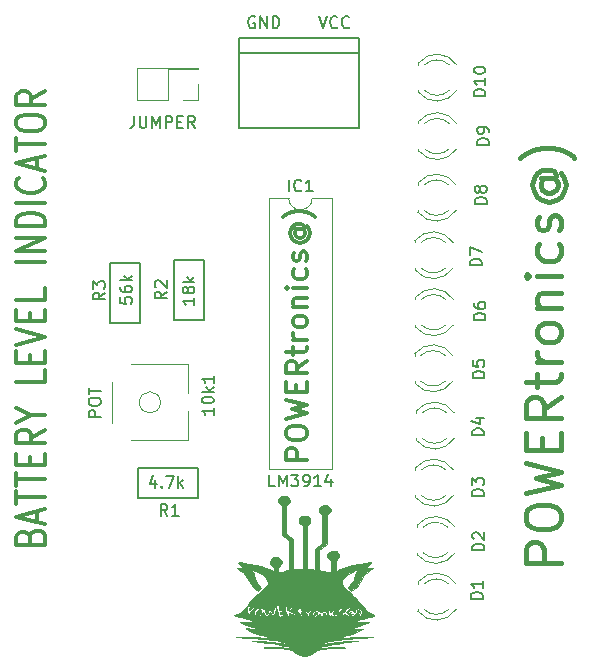
<source format=gbr>
%TF.GenerationSoftware,KiCad,Pcbnew,(5.1.6)-1*%
%TF.CreationDate,2020-09-07T11:54:29+05:30*%
%TF.ProjectId,LM3914,4c4d3339-3134-42e6-9b69-6361645f7063,rev?*%
%TF.SameCoordinates,Original*%
%TF.FileFunction,Legend,Top*%
%TF.FilePolarity,Positive*%
%FSLAX46Y46*%
G04 Gerber Fmt 4.6, Leading zero omitted, Abs format (unit mm)*
G04 Created by KiCad (PCBNEW (5.1.6)-1) date 2020-09-07 11:54:29*
%MOMM*%
%LPD*%
G01*
G04 APERTURE LIST*
%ADD10C,0.300000*%
%ADD11C,0.400000*%
%ADD12C,0.010000*%
%ADD13C,0.120000*%
%ADD14C,0.150000*%
G04 APERTURE END LIST*
D10*
X150071428Y-132226190D02*
X150190476Y-131940476D01*
X150309523Y-131845238D01*
X150547619Y-131750000D01*
X150904761Y-131750000D01*
X151142857Y-131845238D01*
X151261904Y-131940476D01*
X151380952Y-132130952D01*
X151380952Y-132892857D01*
X148880952Y-132892857D01*
X148880952Y-132226190D01*
X149000000Y-132035714D01*
X149119047Y-131940476D01*
X149357142Y-131845238D01*
X149595238Y-131845238D01*
X149833333Y-131940476D01*
X149952380Y-132035714D01*
X150071428Y-132226190D01*
X150071428Y-132892857D01*
X150666666Y-130988095D02*
X150666666Y-130035714D01*
X151380952Y-131178571D02*
X148880952Y-130511904D01*
X151380952Y-129845238D01*
X148880952Y-129464285D02*
X148880952Y-128321428D01*
X151380952Y-128892857D02*
X148880952Y-128892857D01*
X148880952Y-127940476D02*
X148880952Y-126797619D01*
X151380952Y-127369047D02*
X148880952Y-127369047D01*
X150071428Y-126130952D02*
X150071428Y-125464285D01*
X151380952Y-125178571D02*
X151380952Y-126130952D01*
X148880952Y-126130952D01*
X148880952Y-125178571D01*
X151380952Y-123178571D02*
X150190476Y-123845238D01*
X151380952Y-124321428D02*
X148880952Y-124321428D01*
X148880952Y-123559523D01*
X149000000Y-123369047D01*
X149119047Y-123273809D01*
X149357142Y-123178571D01*
X149714285Y-123178571D01*
X149952380Y-123273809D01*
X150071428Y-123369047D01*
X150190476Y-123559523D01*
X150190476Y-124321428D01*
X150190476Y-121940476D02*
X151380952Y-121940476D01*
X148880952Y-122607142D02*
X150190476Y-121940476D01*
X148880952Y-121273809D01*
X151380952Y-118130952D02*
X151380952Y-119083333D01*
X148880952Y-119083333D01*
X150071428Y-117464285D02*
X150071428Y-116797619D01*
X151380952Y-116511904D02*
X151380952Y-117464285D01*
X148880952Y-117464285D01*
X148880952Y-116511904D01*
X148880952Y-115940476D02*
X151380952Y-115273809D01*
X148880952Y-114607142D01*
X150071428Y-113940476D02*
X150071428Y-113273809D01*
X151380952Y-112988095D02*
X151380952Y-113940476D01*
X148880952Y-113940476D01*
X148880952Y-112988095D01*
X151380952Y-111178571D02*
X151380952Y-112130952D01*
X148880952Y-112130952D01*
X151380952Y-108988095D02*
X148880952Y-108988095D01*
X151380952Y-108035714D02*
X148880952Y-108035714D01*
X151380952Y-106892857D01*
X148880952Y-106892857D01*
X151380952Y-105940476D02*
X148880952Y-105940476D01*
X148880952Y-105464285D01*
X149000000Y-105178571D01*
X149238095Y-104988095D01*
X149476190Y-104892857D01*
X149952380Y-104797619D01*
X150309523Y-104797619D01*
X150785714Y-104892857D01*
X151023809Y-104988095D01*
X151261904Y-105178571D01*
X151380952Y-105464285D01*
X151380952Y-105940476D01*
X151380952Y-103940476D02*
X148880952Y-103940476D01*
X151142857Y-101845238D02*
X151261904Y-101940476D01*
X151380952Y-102226190D01*
X151380952Y-102416666D01*
X151261904Y-102702380D01*
X151023809Y-102892857D01*
X150785714Y-102988095D01*
X150309523Y-103083333D01*
X149952380Y-103083333D01*
X149476190Y-102988095D01*
X149238095Y-102892857D01*
X149000000Y-102702380D01*
X148880952Y-102416666D01*
X148880952Y-102226190D01*
X149000000Y-101940476D01*
X149119047Y-101845238D01*
X150666666Y-101083333D02*
X150666666Y-100130952D01*
X151380952Y-101273809D02*
X148880952Y-100607142D01*
X151380952Y-99940476D01*
X148880952Y-99559523D02*
X148880952Y-98416666D01*
X151380952Y-98988095D02*
X148880952Y-98988095D01*
X148880952Y-97369047D02*
X148880952Y-96988095D01*
X149000000Y-96797619D01*
X149238095Y-96607142D01*
X149714285Y-96511904D01*
X150547619Y-96511904D01*
X151023809Y-96607142D01*
X151261904Y-96797619D01*
X151380952Y-96988095D01*
X151380952Y-97369047D01*
X151261904Y-97559523D01*
X151023809Y-97750000D01*
X150547619Y-97845238D01*
X149714285Y-97845238D01*
X149238095Y-97750000D01*
X149000000Y-97559523D01*
X148880952Y-97369047D01*
X151380952Y-94511904D02*
X150190476Y-95178571D01*
X151380952Y-95654761D02*
X148880952Y-95654761D01*
X148880952Y-94892857D01*
X149000000Y-94702380D01*
X149119047Y-94607142D01*
X149357142Y-94511904D01*
X149714285Y-94511904D01*
X149952380Y-94607142D01*
X150071428Y-94702380D01*
X150190476Y-94892857D01*
X150190476Y-95654761D01*
D11*
X195032142Y-134411428D02*
X192032142Y-134411428D01*
X192032142Y-133268571D01*
X192175000Y-132982857D01*
X192317857Y-132840000D01*
X192603571Y-132697142D01*
X193032142Y-132697142D01*
X193317857Y-132840000D01*
X193460714Y-132982857D01*
X193603571Y-133268571D01*
X193603571Y-134411428D01*
X192032142Y-130840000D02*
X192032142Y-130268571D01*
X192175000Y-129982857D01*
X192460714Y-129697142D01*
X193032142Y-129554285D01*
X194032142Y-129554285D01*
X194603571Y-129697142D01*
X194889285Y-129982857D01*
X195032142Y-130268571D01*
X195032142Y-130840000D01*
X194889285Y-131125714D01*
X194603571Y-131411428D01*
X194032142Y-131554285D01*
X193032142Y-131554285D01*
X192460714Y-131411428D01*
X192175000Y-131125714D01*
X192032142Y-130840000D01*
X192032142Y-128554285D02*
X195032142Y-127840000D01*
X192889285Y-127268571D01*
X195032142Y-126697142D01*
X192032142Y-125982857D01*
X193460714Y-124840000D02*
X193460714Y-123840000D01*
X195032142Y-123411428D02*
X195032142Y-124840000D01*
X192032142Y-124840000D01*
X192032142Y-123411428D01*
X195032142Y-120411428D02*
X193603571Y-121411428D01*
X195032142Y-122125714D02*
X192032142Y-122125714D01*
X192032142Y-120982857D01*
X192175000Y-120697142D01*
X192317857Y-120554285D01*
X192603571Y-120411428D01*
X193032142Y-120411428D01*
X193317857Y-120554285D01*
X193460714Y-120697142D01*
X193603571Y-120982857D01*
X193603571Y-122125714D01*
X193032142Y-119554285D02*
X193032142Y-118411428D01*
X192032142Y-119125714D02*
X194603571Y-119125714D01*
X194889285Y-118982857D01*
X195032142Y-118697142D01*
X195032142Y-118411428D01*
X195032142Y-117411428D02*
X193032142Y-117411428D01*
X193603571Y-117411428D02*
X193317857Y-117268571D01*
X193175000Y-117125714D01*
X193032142Y-116840000D01*
X193032142Y-116554285D01*
X195032142Y-115125714D02*
X194889285Y-115411428D01*
X194746428Y-115554285D01*
X194460714Y-115697142D01*
X193603571Y-115697142D01*
X193317857Y-115554285D01*
X193175000Y-115411428D01*
X193032142Y-115125714D01*
X193032142Y-114697142D01*
X193175000Y-114411428D01*
X193317857Y-114268571D01*
X193603571Y-114125714D01*
X194460714Y-114125714D01*
X194746428Y-114268571D01*
X194889285Y-114411428D01*
X195032142Y-114697142D01*
X195032142Y-115125714D01*
X193032142Y-112840000D02*
X195032142Y-112840000D01*
X193317857Y-112840000D02*
X193175000Y-112697142D01*
X193032142Y-112411428D01*
X193032142Y-111982857D01*
X193175000Y-111697142D01*
X193460714Y-111554285D01*
X195032142Y-111554285D01*
X195032142Y-110125714D02*
X193032142Y-110125714D01*
X192032142Y-110125714D02*
X192175000Y-110268571D01*
X192317857Y-110125714D01*
X192175000Y-109982857D01*
X192032142Y-110125714D01*
X192317857Y-110125714D01*
X194889285Y-107411428D02*
X195032142Y-107697142D01*
X195032142Y-108268571D01*
X194889285Y-108554285D01*
X194746428Y-108697142D01*
X194460714Y-108840000D01*
X193603571Y-108840000D01*
X193317857Y-108697142D01*
X193175000Y-108554285D01*
X193032142Y-108268571D01*
X193032142Y-107697142D01*
X193175000Y-107411428D01*
X194889285Y-106268571D02*
X195032142Y-105982857D01*
X195032142Y-105411428D01*
X194889285Y-105125714D01*
X194603571Y-104982857D01*
X194460714Y-104982857D01*
X194175000Y-105125714D01*
X194032142Y-105411428D01*
X194032142Y-105840000D01*
X193889285Y-106125714D01*
X193603571Y-106268571D01*
X193460714Y-106268571D01*
X193175000Y-106125714D01*
X193032142Y-105840000D01*
X193032142Y-105411428D01*
X193175000Y-105125714D01*
X193603571Y-101840000D02*
X193460714Y-101982857D01*
X193317857Y-102268571D01*
X193317857Y-102554285D01*
X193460714Y-102840000D01*
X193603571Y-102982857D01*
X193889285Y-103125714D01*
X194175000Y-103125714D01*
X194460714Y-102982857D01*
X194603571Y-102840000D01*
X194746428Y-102554285D01*
X194746428Y-102268571D01*
X194603571Y-101982857D01*
X194460714Y-101840000D01*
X193317857Y-101840000D02*
X194460714Y-101840000D01*
X194603571Y-101697142D01*
X194603571Y-101554285D01*
X194460714Y-101268571D01*
X194175000Y-101125714D01*
X193460714Y-101125714D01*
X193032142Y-101411428D01*
X192746428Y-101840000D01*
X192603571Y-102411428D01*
X192746428Y-102982857D01*
X193032142Y-103411428D01*
X193460714Y-103697142D01*
X194032142Y-103840000D01*
X194603571Y-103697142D01*
X195032142Y-103411428D01*
X195317857Y-102982857D01*
X195460714Y-102411428D01*
X195317857Y-101840000D01*
X195032142Y-101411428D01*
X196175000Y-100125714D02*
X196032142Y-99982857D01*
X195603571Y-99697142D01*
X195317857Y-99554285D01*
X194889285Y-99411428D01*
X194175000Y-99268571D01*
X193603571Y-99268571D01*
X192889285Y-99411428D01*
X192460714Y-99554285D01*
X192175000Y-99697142D01*
X191746428Y-99982857D01*
X191603571Y-100125714D01*
D10*
X173534285Y-125721697D02*
X171734285Y-125721697D01*
X171734285Y-125035982D01*
X171820000Y-124864554D01*
X171905714Y-124778840D01*
X172077142Y-124693125D01*
X172334285Y-124693125D01*
X172505714Y-124778840D01*
X172591428Y-124864554D01*
X172677142Y-125035982D01*
X172677142Y-125721697D01*
X171734285Y-123578840D02*
X171734285Y-123235982D01*
X171820000Y-123064554D01*
X171991428Y-122893125D01*
X172334285Y-122807411D01*
X172934285Y-122807411D01*
X173277142Y-122893125D01*
X173448571Y-123064554D01*
X173534285Y-123235982D01*
X173534285Y-123578840D01*
X173448571Y-123750268D01*
X173277142Y-123921697D01*
X172934285Y-124007411D01*
X172334285Y-124007411D01*
X171991428Y-123921697D01*
X171820000Y-123750268D01*
X171734285Y-123578840D01*
X171734285Y-122207411D02*
X173534285Y-121778840D01*
X172248571Y-121435982D01*
X173534285Y-121093125D01*
X171734285Y-120664554D01*
X172591428Y-119978840D02*
X172591428Y-119378840D01*
X173534285Y-119121697D02*
X173534285Y-119978840D01*
X171734285Y-119978840D01*
X171734285Y-119121697D01*
X173534285Y-117321697D02*
X172677142Y-117921697D01*
X173534285Y-118350268D02*
X171734285Y-118350268D01*
X171734285Y-117664554D01*
X171820000Y-117493125D01*
X171905714Y-117407411D01*
X172077142Y-117321697D01*
X172334285Y-117321697D01*
X172505714Y-117407411D01*
X172591428Y-117493125D01*
X172677142Y-117664554D01*
X172677142Y-118350268D01*
X172334285Y-116807411D02*
X172334285Y-116121697D01*
X171734285Y-116550268D02*
X173277142Y-116550268D01*
X173448571Y-116464554D01*
X173534285Y-116293125D01*
X173534285Y-116121697D01*
X173534285Y-115521697D02*
X172334285Y-115521697D01*
X172677142Y-115521697D02*
X172505714Y-115435982D01*
X172420000Y-115350268D01*
X172334285Y-115178840D01*
X172334285Y-115007411D01*
X173534285Y-114150268D02*
X173448571Y-114321697D01*
X173362857Y-114407411D01*
X173191428Y-114493125D01*
X172677142Y-114493125D01*
X172505714Y-114407411D01*
X172420000Y-114321697D01*
X172334285Y-114150268D01*
X172334285Y-113893125D01*
X172420000Y-113721697D01*
X172505714Y-113635982D01*
X172677142Y-113550268D01*
X173191428Y-113550268D01*
X173362857Y-113635982D01*
X173448571Y-113721697D01*
X173534285Y-113893125D01*
X173534285Y-114150268D01*
X172334285Y-112778840D02*
X173534285Y-112778840D01*
X172505714Y-112778840D02*
X172420000Y-112693125D01*
X172334285Y-112521697D01*
X172334285Y-112264554D01*
X172420000Y-112093125D01*
X172591428Y-112007411D01*
X173534285Y-112007411D01*
X173534285Y-111150268D02*
X172334285Y-111150268D01*
X171734285Y-111150268D02*
X171820000Y-111235982D01*
X171905714Y-111150268D01*
X171820000Y-111064554D01*
X171734285Y-111150268D01*
X171905714Y-111150268D01*
X173448571Y-109521697D02*
X173534285Y-109693125D01*
X173534285Y-110035982D01*
X173448571Y-110207411D01*
X173362857Y-110293125D01*
X173191428Y-110378840D01*
X172677142Y-110378840D01*
X172505714Y-110293125D01*
X172420000Y-110207411D01*
X172334285Y-110035982D01*
X172334285Y-109693125D01*
X172420000Y-109521697D01*
X173448571Y-108835982D02*
X173534285Y-108664554D01*
X173534285Y-108321697D01*
X173448571Y-108150268D01*
X173277142Y-108064554D01*
X173191428Y-108064554D01*
X173020000Y-108150268D01*
X172934285Y-108321697D01*
X172934285Y-108578840D01*
X172848571Y-108750268D01*
X172677142Y-108835982D01*
X172591428Y-108835982D01*
X172420000Y-108750268D01*
X172334285Y-108578840D01*
X172334285Y-108321697D01*
X172420000Y-108150268D01*
X172677142Y-106178840D02*
X172591428Y-106264554D01*
X172505714Y-106435982D01*
X172505714Y-106607411D01*
X172591428Y-106778840D01*
X172677142Y-106864554D01*
X172848571Y-106950268D01*
X173020000Y-106950268D01*
X173191428Y-106864554D01*
X173277142Y-106778840D01*
X173362857Y-106607411D01*
X173362857Y-106435982D01*
X173277142Y-106264554D01*
X173191428Y-106178840D01*
X172505714Y-106178840D02*
X173191428Y-106178840D01*
X173277142Y-106093125D01*
X173277142Y-106007411D01*
X173191428Y-105835982D01*
X173020000Y-105750268D01*
X172591428Y-105750268D01*
X172334285Y-105921697D01*
X172162857Y-106178840D01*
X172077142Y-106521697D01*
X172162857Y-106864554D01*
X172334285Y-107121697D01*
X172591428Y-107293125D01*
X172934285Y-107378840D01*
X173277142Y-107293125D01*
X173534285Y-107121697D01*
X173705714Y-106864554D01*
X173791428Y-106521697D01*
X173705714Y-106178840D01*
X173534285Y-105921697D01*
X174220000Y-105150268D02*
X174134285Y-105064554D01*
X173877142Y-104893125D01*
X173705714Y-104807411D01*
X173448571Y-104721697D01*
X173020000Y-104635982D01*
X172677142Y-104635982D01*
X172248571Y-104721697D01*
X171991428Y-104807411D01*
X171820000Y-104893125D01*
X171562857Y-105064554D01*
X171477142Y-105150268D01*
D12*
%TO.C,G\u002A\u002A\u002A*%
G36*
X171722669Y-128742896D02*
G01*
X171882841Y-128811017D01*
X172003408Y-128937125D01*
X172032820Y-128996835D01*
X172066105Y-129178841D01*
X172006527Y-129339506D01*
X171878436Y-129470664D01*
X171730293Y-129588939D01*
X171731739Y-130739229D01*
X171733184Y-131889518D01*
X172036392Y-132150156D01*
X172339599Y-132410793D01*
X172339600Y-133701397D01*
X172339872Y-134065907D01*
X172341117Y-134354568D01*
X172343978Y-134576195D01*
X172349099Y-134739605D01*
X172357122Y-134853615D01*
X172368690Y-134927042D01*
X172384447Y-134968700D01*
X172405037Y-134987408D01*
X172431101Y-134991981D01*
X172433748Y-134992000D01*
X172533347Y-134987725D01*
X172694665Y-134976650D01*
X172840148Y-134964803D01*
X173152400Y-134937606D01*
X173152400Y-131261201D01*
X173001727Y-131155549D01*
X172864560Y-131013591D01*
X172812464Y-130855426D01*
X172837588Y-130699090D01*
X172932083Y-130562622D01*
X173088100Y-130464057D01*
X173297791Y-130421433D01*
X173321407Y-130420941D01*
X173525408Y-130455897D01*
X173682139Y-130550275D01*
X173782643Y-130685082D01*
X173817960Y-130841324D01*
X173779133Y-131000007D01*
X173660400Y-131139667D01*
X173508000Y-131258303D01*
X173508000Y-133103985D01*
X173508205Y-133548127D01*
X173509059Y-133914952D01*
X173510915Y-134211811D01*
X173514126Y-134446052D01*
X173519047Y-134625024D01*
X173526031Y-134756079D01*
X173535433Y-134846565D01*
X173547606Y-134903831D01*
X173562905Y-134935228D01*
X173581683Y-134948105D01*
X173596900Y-134950035D01*
X173696991Y-134955144D01*
X173853973Y-134967773D01*
X173952500Y-134977098D01*
X174219200Y-135003793D01*
X174219200Y-133249005D01*
X174524000Y-132984491D01*
X174828800Y-132719976D01*
X174828800Y-131552078D01*
X174828799Y-130384180D01*
X174676400Y-130257180D01*
X174554522Y-130107707D01*
X174518273Y-129950365D01*
X174555328Y-129799773D01*
X174653365Y-129670550D01*
X174800060Y-129577315D01*
X174983091Y-129534687D01*
X175190135Y-129557284D01*
X175249813Y-129576941D01*
X175385358Y-129666388D01*
X175491446Y-129802555D01*
X175539486Y-129947502D01*
X175540000Y-129962029D01*
X175500137Y-130092312D01*
X175397582Y-130229245D01*
X175275852Y-130327151D01*
X175249367Y-130348514D01*
X175228526Y-130383159D01*
X175212660Y-130440503D01*
X175201098Y-130529964D01*
X175193173Y-130660959D01*
X175188213Y-130842906D01*
X175185551Y-131085222D01*
X175184517Y-131397326D01*
X175184400Y-131613967D01*
X175184400Y-132845466D01*
X174574800Y-133348760D01*
X174574800Y-134189915D01*
X174574799Y-135031070D01*
X174790700Y-135078038D01*
X174977476Y-135119955D01*
X175188029Y-135168981D01*
X175257120Y-135185503D01*
X175408121Y-135220146D01*
X175518038Y-135242036D01*
X175549220Y-135246000D01*
X175565506Y-135206442D01*
X175578799Y-135098844D01*
X175587697Y-134939824D01*
X175590800Y-134753714D01*
X175590800Y-134261429D01*
X175407385Y-134092247D01*
X175298989Y-133983080D01*
X175250568Y-133898993D01*
X175246899Y-133808129D01*
X175253221Y-133769616D01*
X175329718Y-133595545D01*
X175469549Y-133470392D01*
X175650353Y-133401508D01*
X175849772Y-133396244D01*
X176045444Y-133461950D01*
X176094902Y-133492930D01*
X176197452Y-133580131D01*
X176242381Y-133674802D01*
X176251200Y-133792520D01*
X176235379Y-133934554D01*
X176173323Y-134039926D01*
X176098800Y-134109513D01*
X176030638Y-134169595D01*
X175986600Y-134226304D01*
X175961419Y-134299275D01*
X175949827Y-134408146D01*
X175946558Y-134572555D01*
X175946400Y-134677757D01*
X175949950Y-134859499D01*
X175959548Y-135004878D01*
X175973611Y-135096342D01*
X175986162Y-135119000D01*
X176047582Y-135100437D01*
X176172521Y-135051500D01*
X176335278Y-134982316D01*
X176354462Y-134973871D01*
X176814893Y-134799991D01*
X177357858Y-134649551D01*
X177990979Y-134520489D01*
X178102578Y-134501448D01*
X178350104Y-134460009D01*
X178569868Y-134422774D01*
X178737807Y-134393851D01*
X178829300Y-134377452D01*
X178914416Y-134371253D01*
X178934629Y-134402804D01*
X178887950Y-134479621D01*
X178772390Y-134609223D01*
X178766293Y-134615626D01*
X178644517Y-134751791D01*
X178596292Y-134836362D01*
X178624760Y-134878789D01*
X178733069Y-134888522D01*
X178854700Y-134881224D01*
X179121400Y-134859103D01*
X178969000Y-134956114D01*
X178674493Y-135160418D01*
X178453378Y-135357331D01*
X178283911Y-135569180D01*
X178159367Y-135787446D01*
X178015571Y-136062745D01*
X177886760Y-136271603D01*
X177761158Y-136429252D01*
X177626988Y-136550929D01*
X177506495Y-136632053D01*
X177278557Y-136768464D01*
X177145878Y-136681493D01*
X177055076Y-136612432D01*
X177013478Y-136561970D01*
X177013200Y-136559515D01*
X177039815Y-136508774D01*
X177109286Y-136410823D01*
X177197652Y-136298004D01*
X177365742Y-136073498D01*
X177476454Y-135874555D01*
X177545928Y-135668303D01*
X177573756Y-135531976D01*
X177638611Y-135312500D01*
X177751858Y-135151574D01*
X177833098Y-135055738D01*
X177833259Y-135010076D01*
X177753193Y-135014696D01*
X177593754Y-135069705D01*
X177481411Y-135117525D01*
X177163241Y-135282490D01*
X176889389Y-135470856D01*
X176672180Y-135670839D01*
X176523942Y-135870654D01*
X176457001Y-136058517D01*
X176454400Y-136099374D01*
X176481599Y-136222922D01*
X176567024Y-136370370D01*
X176716417Y-136548603D01*
X176935518Y-136764507D01*
X177216400Y-137013295D01*
X177442308Y-137215748D01*
X177675209Y-137440232D01*
X177889275Y-137660920D01*
X178058677Y-137851987D01*
X178074317Y-137871128D01*
X178329121Y-138176234D01*
X178546362Y-138412712D01*
X178733696Y-138587755D01*
X178898776Y-138708552D01*
X179040867Y-138779205D01*
X179187772Y-138842329D01*
X179239201Y-138888821D01*
X179197579Y-138924705D01*
X179108700Y-138947888D01*
X178964937Y-138979999D01*
X178769527Y-139028033D01*
X178541284Y-139086850D01*
X178299024Y-139151309D01*
X178061561Y-139216270D01*
X177847710Y-139276593D01*
X177676286Y-139327137D01*
X177566104Y-139362761D01*
X177534917Y-139377875D01*
X177609793Y-139398372D01*
X177772195Y-139415169D01*
X178008101Y-139427328D01*
X178303491Y-139433912D01*
X178382260Y-139434561D01*
X178569463Y-139439409D01*
X178703491Y-139450280D01*
X178764333Y-139465200D01*
X178763260Y-139472191D01*
X178702133Y-139499452D01*
X178563602Y-139552557D01*
X178364343Y-139625379D01*
X178121032Y-139711795D01*
X177927600Y-139779108D01*
X177674852Y-139868924D01*
X177468019Y-139947500D01*
X177319846Y-140009565D01*
X177243075Y-140049845D01*
X177241800Y-140062861D01*
X177335385Y-140062148D01*
X177500608Y-140050130D01*
X177708828Y-140029119D01*
X177814865Y-140016614D01*
X178027907Y-139994015D01*
X178183072Y-139985089D01*
X178263350Y-139990524D01*
X178270365Y-139998253D01*
X178206602Y-140057850D01*
X178064299Y-140138035D01*
X177860772Y-140231324D01*
X177613331Y-140330231D01*
X177339292Y-140427271D01*
X177114800Y-140497861D01*
X176868903Y-140571290D01*
X176641197Y-140640531D01*
X176458314Y-140697411D01*
X176352800Y-140731708D01*
X176175000Y-140792754D01*
X176429000Y-140771977D01*
X176552182Y-140765236D01*
X176758944Y-140757678D01*
X177031278Y-140749795D01*
X177351176Y-140742082D01*
X177700629Y-140735034D01*
X177902200Y-140731566D01*
X179121400Y-140711932D01*
X178101067Y-140769309D01*
X177631750Y-140799216D01*
X177160893Y-140835691D01*
X176704868Y-140876989D01*
X176280047Y-140921362D01*
X175902803Y-140967064D01*
X175589509Y-141012351D01*
X175356536Y-141055475D01*
X175306148Y-141067375D01*
X175157343Y-141113434D01*
X175019258Y-141169672D01*
X174910900Y-141225792D01*
X174851273Y-141271499D01*
X174859381Y-141296498D01*
X174879600Y-141298445D01*
X174957866Y-141291717D01*
X175112992Y-141272946D01*
X175321843Y-141245083D01*
X175540000Y-141214181D01*
X175950337Y-141158325D01*
X176366791Y-141108476D01*
X176768631Y-141066606D01*
X177135124Y-141034686D01*
X177445541Y-141014689D01*
X177679150Y-141008587D01*
X177698688Y-141008838D01*
X177809280Y-141012453D01*
X177844652Y-141018891D01*
X177798563Y-141029451D01*
X177664775Y-141045432D01*
X177437046Y-141068132D01*
X177394200Y-141072216D01*
X177110740Y-141103320D01*
X176783396Y-141146127D01*
X176428357Y-141197822D01*
X176061812Y-141255593D01*
X175699950Y-141316627D01*
X175358959Y-141378109D01*
X175055029Y-141437228D01*
X174804347Y-141491169D01*
X174623103Y-141537119D01*
X174532273Y-141569560D01*
X174479840Y-141614175D01*
X174516577Y-141640750D01*
X174632092Y-141648126D01*
X174815996Y-141635142D01*
X174956235Y-141616890D01*
X175164018Y-141593976D01*
X175425650Y-141576756D01*
X175717247Y-141565506D01*
X176014927Y-141560503D01*
X176294804Y-141562024D01*
X176532997Y-141570345D01*
X176705621Y-141585744D01*
X176759200Y-141596000D01*
X176762575Y-141609245D01*
X176672228Y-141620437D01*
X176496020Y-141629083D01*
X176241810Y-141634687D01*
X176124200Y-141635934D01*
X175689441Y-141646733D01*
X175285368Y-141670816D01*
X174943655Y-141706161D01*
X174879600Y-141715308D01*
X174651853Y-141751844D01*
X174495638Y-141785666D01*
X174382194Y-141827595D01*
X174282758Y-141888450D01*
X174168569Y-141979049D01*
X174160400Y-141985851D01*
X173934805Y-142142657D01*
X173698104Y-142238223D01*
X173655880Y-142249363D01*
X173489035Y-142289099D01*
X173375906Y-142306256D01*
X173272820Y-142302378D01*
X173136105Y-142279009D01*
X173087249Y-142269457D01*
X172825955Y-142197725D01*
X172609934Y-142085354D01*
X172432643Y-141944519D01*
X172346062Y-141870030D01*
X172266756Y-141818447D01*
X172170868Y-141782045D01*
X172034544Y-141753100D01*
X171833928Y-141723887D01*
X171696043Y-141705995D01*
X171418154Y-141677524D01*
X171083467Y-141653989D01*
X170736748Y-141638052D01*
X170460000Y-141632441D01*
X170180892Y-141629472D01*
X169998140Y-141623238D01*
X169906557Y-141613337D01*
X169900958Y-141599370D01*
X169926600Y-141591276D01*
X170105536Y-141564889D01*
X170360724Y-141551572D01*
X170668199Y-141550467D01*
X171003996Y-141560717D01*
X171344151Y-141581463D01*
X171664698Y-141611849D01*
X171941674Y-141651017D01*
X172022100Y-141666272D01*
X172113860Y-141667439D01*
X172136400Y-141626285D01*
X172130806Y-141590842D01*
X172103084Y-141562286D01*
X172036819Y-141535096D01*
X171915597Y-141503752D01*
X171723005Y-141462733D01*
X171541623Y-141426242D01*
X171010617Y-141323775D01*
X170544241Y-141242070D01*
X170110355Y-141176092D01*
X169676820Y-141120804D01*
X169393200Y-141089590D01*
X169119821Y-141060108D01*
X168941753Y-141038376D01*
X168853262Y-141023310D01*
X168848613Y-141013826D01*
X168922073Y-141008839D01*
X168961711Y-141008008D01*
X169186718Y-141012940D01*
X169490542Y-141031876D01*
X169852233Y-141062813D01*
X170250839Y-141103753D01*
X170665408Y-141152692D01*
X171074991Y-141207631D01*
X171120400Y-141214181D01*
X171388000Y-141252969D01*
X171571382Y-141278518D01*
X171686449Y-141291977D01*
X171749104Y-141294498D01*
X171775251Y-141287234D01*
X171780792Y-141271334D01*
X171780800Y-141261996D01*
X171734104Y-141213768D01*
X171607146Y-141156574D01*
X171419615Y-141096623D01*
X171191205Y-141040124D01*
X170941606Y-140993288D01*
X170916295Y-140989383D01*
X170519450Y-140934023D01*
X170107986Y-140886463D01*
X169660518Y-140844724D01*
X169155657Y-140806825D01*
X168572016Y-140770784D01*
X168529600Y-140768389D01*
X167539000Y-140712736D01*
X168758200Y-140731467D01*
X169114430Y-140737729D01*
X169449410Y-140745086D01*
X169745569Y-140753038D01*
X169985338Y-140761085D01*
X170151146Y-140768726D01*
X170206000Y-140772724D01*
X170331231Y-140780689D01*
X170371858Y-140770883D01*
X170325100Y-140741999D01*
X170188174Y-140692736D01*
X169958299Y-140621787D01*
X169762749Y-140564865D01*
X169520541Y-140493600D01*
X169287638Y-140421924D01*
X169097492Y-140360275D01*
X169017489Y-140332311D01*
X168874400Y-140272967D01*
X168713910Y-140196581D01*
X168558281Y-140115222D01*
X168429778Y-140040953D01*
X168350665Y-139985842D01*
X168337626Y-139963867D01*
X168392467Y-139963454D01*
X168523986Y-139975170D01*
X168708743Y-139996727D01*
X168811096Y-140010119D01*
X169095878Y-140046861D01*
X169293862Y-140067083D01*
X169403858Y-140068794D01*
X169424672Y-140050003D01*
X169355110Y-140008715D01*
X169193982Y-139942940D01*
X168940093Y-139850686D01*
X168656600Y-139752073D01*
X168405122Y-139664345D01*
X168186109Y-139585732D01*
X168017272Y-139522762D01*
X167916322Y-139481964D01*
X167897139Y-139472144D01*
X167923289Y-139457040D01*
X168032140Y-139444147D01*
X168204793Y-139435124D01*
X168354339Y-139431992D01*
X168676617Y-139426756D01*
X168898060Y-139416592D01*
X169019401Y-139398731D01*
X169041373Y-139370400D01*
X168964708Y-139328831D01*
X168790138Y-139271251D01*
X168518396Y-139194892D01*
X168423757Y-139169437D01*
X168165543Y-139100897D01*
X167942431Y-139042634D01*
X167771868Y-138999129D01*
X167671300Y-138974863D01*
X167652364Y-138971334D01*
X167587716Y-138957397D01*
X167478807Y-138924862D01*
X167335800Y-138878390D01*
X167597195Y-138781042D01*
X167730271Y-138722203D01*
X167858935Y-138642440D01*
X167993979Y-138531718D01*
X168146193Y-138380005D01*
X168201968Y-138317246D01*
X168462936Y-138317246D01*
X168483339Y-138555223D01*
X168509716Y-138751620D01*
X168544391Y-138869686D01*
X168591972Y-138916324D01*
X168635792Y-138889338D01*
X168659187Y-138786534D01*
X168659777Y-138771376D01*
X168688097Y-138679467D01*
X169037600Y-138679467D01*
X169073705Y-138837205D01*
X169173890Y-138933467D01*
X169325957Y-138962706D01*
X169517709Y-138919376D01*
X169542615Y-138909120D01*
X169664231Y-138823142D01*
X169748019Y-138708036D01*
X169809054Y-138569167D01*
X169900680Y-138742877D01*
X169995248Y-138876898D01*
X170099192Y-138950874D01*
X170196892Y-138954255D01*
X170206878Y-138949715D01*
X170249373Y-138898299D01*
X170299838Y-138799463D01*
X170309322Y-138776483D01*
X170369257Y-138625146D01*
X170464682Y-138755906D01*
X170545059Y-138851828D01*
X170611206Y-138881846D01*
X170690944Y-138857131D01*
X170702228Y-138851292D01*
X170763552Y-138784436D01*
X170813450Y-138668487D01*
X170849048Y-138525522D01*
X170867470Y-138377618D01*
X170865843Y-138246850D01*
X170841290Y-138155295D01*
X170796846Y-138124667D01*
X170744409Y-138163756D01*
X170700848Y-138268119D01*
X170672101Y-138418396D01*
X170663759Y-138558584D01*
X170648128Y-138651558D01*
X170606938Y-138666268D01*
X170546830Y-138604753D01*
X170491327Y-138505667D01*
X170412187Y-138382856D01*
X170336654Y-138340448D01*
X170272910Y-138378772D01*
X170229743Y-138495084D01*
X170188967Y-138660219D01*
X170147380Y-138741085D01*
X170102009Y-138738059D01*
X170049881Y-138651521D01*
X170001871Y-138524070D01*
X169947315Y-138404621D01*
X169883787Y-138324403D01*
X169855203Y-138308223D01*
X169739304Y-138270301D01*
X169685989Y-138248577D01*
X169507839Y-138210671D01*
X169335845Y-138244797D01*
X169188133Y-138338912D01*
X169082827Y-138480969D01*
X169038052Y-138658924D01*
X169037600Y-138679467D01*
X168688097Y-138679467D01*
X168696590Y-138651905D01*
X168810447Y-138527276D01*
X168850277Y-138494726D01*
X168986850Y-138355455D01*
X169038128Y-138224946D01*
X169000629Y-138114325D01*
X168976640Y-138090800D01*
X168880201Y-138054885D01*
X168735778Y-138041411D01*
X168591793Y-138051026D01*
X168496668Y-138084377D01*
X168496654Y-138084388D01*
X168467370Y-138160089D01*
X168462936Y-138317246D01*
X168201968Y-138317246D01*
X168326371Y-138177266D01*
X168510555Y-137955334D01*
X170921986Y-137955334D01*
X170949213Y-138177584D01*
X170992629Y-138478786D01*
X171040631Y-138702046D01*
X171095694Y-138854072D01*
X171160288Y-138941569D01*
X171236886Y-138971245D01*
X171241827Y-138971334D01*
X171316510Y-138949073D01*
X171436133Y-138893021D01*
X171489607Y-138863974D01*
X171627904Y-138770340D01*
X171679829Y-138703978D01*
X171651264Y-138675067D01*
X171548092Y-138693781D01*
X171421900Y-138746858D01*
X171304255Y-138794867D01*
X171242942Y-138782164D01*
X171214556Y-138700508D01*
X171210395Y-138672385D01*
X171215591Y-138600062D01*
X171275829Y-138566793D01*
X171364783Y-138555710D01*
X171483185Y-138531454D01*
X171511211Y-138493825D01*
X171455053Y-138455763D01*
X171320903Y-138430208D01*
X171304099Y-138428885D01*
X171180551Y-138414988D01*
X171130734Y-138379103D01*
X171126955Y-138294259D01*
X171130226Y-138259552D01*
X171138162Y-138208212D01*
X171687834Y-138208212D01*
X171691871Y-138454766D01*
X171753203Y-138688853D01*
X171833838Y-138837225D01*
X171921692Y-138929141D01*
X171985308Y-138944383D01*
X172011969Y-138885748D01*
X172001386Y-138800359D01*
X171984721Y-138716437D01*
X172001884Y-138683204D01*
X172073439Y-138694405D01*
X172204764Y-138738500D01*
X172344868Y-138780210D01*
X172455635Y-138801352D01*
X172469201Y-138802000D01*
X172536736Y-138786351D01*
X172522375Y-138745641D01*
X172437047Y-138689229D01*
X172291682Y-138626472D01*
X172245160Y-138610190D01*
X171980287Y-138521461D01*
X172070013Y-138443219D01*
X172574228Y-138443219D01*
X172644500Y-138494611D01*
X172689924Y-138510478D01*
X172804095Y-138562686D01*
X172862589Y-138652555D01*
X172878158Y-138710466D01*
X172924867Y-138855964D01*
X172984469Y-138936814D01*
X173049497Y-138944172D01*
X173066140Y-138933150D01*
X173086138Y-138857516D01*
X173053240Y-138764577D01*
X173013953Y-138646824D01*
X173048862Y-138577359D01*
X173167180Y-138539389D01*
X173177730Y-138537650D01*
X173260365Y-138535225D01*
X173321381Y-138571950D01*
X173384262Y-138665424D01*
X173409056Y-138711031D01*
X173507242Y-138866943D01*
X173592385Y-138946971D01*
X173658587Y-138950216D01*
X173699951Y-138875775D01*
X173711200Y-138757168D01*
X173712165Y-138742635D01*
X173958108Y-138742635D01*
X173993410Y-138857043D01*
X174090968Y-138940209D01*
X174227992Y-138970046D01*
X174315378Y-138942607D01*
X174429439Y-138872581D01*
X174464106Y-138845399D01*
X174615227Y-138719464D01*
X174646781Y-138824232D01*
X174702653Y-138904979D01*
X174783028Y-138932553D01*
X174853599Y-138905556D01*
X174880377Y-138833750D01*
X174904220Y-138709311D01*
X174959088Y-138650141D01*
X175023808Y-138659762D01*
X175077210Y-138741695D01*
X175091198Y-138798684D01*
X175128343Y-138891046D01*
X175181498Y-138919052D01*
X175224718Y-138879774D01*
X175235200Y-138814947D01*
X175204632Y-138676164D01*
X175155381Y-138610702D01*
X175338447Y-138610702D01*
X175344942Y-138737434D01*
X175370405Y-138849866D01*
X175389387Y-138889450D01*
X175457185Y-138958067D01*
X175515902Y-138963374D01*
X175540000Y-138905433D01*
X175549182Y-138863198D01*
X175594713Y-138873139D01*
X175652903Y-138905433D01*
X175807670Y-138965231D01*
X175939841Y-138945223D01*
X176019703Y-138889334D01*
X176081344Y-138804065D01*
X176064790Y-138754093D01*
X175984848Y-138756252D01*
X175925520Y-138782258D01*
X175834085Y-138823057D01*
X175776466Y-138810349D01*
X175742901Y-138780534D01*
X175708228Y-138689510D01*
X175743021Y-138591562D01*
X175820538Y-138526993D01*
X176149600Y-138526993D01*
X176191267Y-138624412D01*
X176290662Y-138692219D01*
X176409377Y-138706653D01*
X176431342Y-138701276D01*
X176509678Y-138697152D01*
X176524204Y-138740388D01*
X176470933Y-138809911D01*
X176454400Y-138823167D01*
X176389695Y-138897354D01*
X176394540Y-138954318D01*
X176448542Y-138971334D01*
X176506563Y-138943341D01*
X176595832Y-138875121D01*
X176605259Y-138866866D01*
X176723030Y-138762399D01*
X176872012Y-138866866D01*
X177060251Y-138955084D01*
X177254951Y-138958904D01*
X177411761Y-138904260D01*
X177613219Y-138757974D01*
X177733028Y-138561607D01*
X177747144Y-138515742D01*
X177759173Y-138416159D01*
X177720263Y-138335928D01*
X177647861Y-138267868D01*
X177789195Y-138267868D01*
X177794720Y-138317958D01*
X177890149Y-138404167D01*
X177907333Y-138416805D01*
X177998331Y-138502608D01*
X178014245Y-138589812D01*
X178005854Y-138625523D01*
X177956856Y-138799651D01*
X177935784Y-138905611D01*
X177941807Y-138956436D01*
X177974097Y-138965164D01*
X177984384Y-138962800D01*
X178058826Y-138913022D01*
X178117351Y-138840990D01*
X178168664Y-138693825D01*
X178162023Y-138539275D01*
X178106576Y-138399409D01*
X178011469Y-138296299D01*
X177885849Y-138252013D01*
X177873112Y-138251667D01*
X177789195Y-138267868D01*
X177647861Y-138267868D01*
X177630720Y-138251755D01*
X177452140Y-138155598D01*
X177251956Y-138129443D01*
X177054948Y-138167960D01*
X176885894Y-138265822D01*
X176769573Y-138417700D01*
X176760497Y-138438890D01*
X176711394Y-138537751D01*
X176644362Y-138580525D01*
X176519908Y-138590285D01*
X176501260Y-138590334D01*
X176357220Y-138571881D01*
X176299264Y-138525378D01*
X176332696Y-138464104D01*
X176430315Y-138412798D01*
X176522514Y-138355499D01*
X176529892Y-138298376D01*
X176450054Y-138261167D01*
X176448741Y-138260952D01*
X176348057Y-138281957D01*
X176244658Y-138355577D01*
X176169276Y-138454478D01*
X176149600Y-138526993D01*
X175820538Y-138526993D01*
X175827911Y-138520852D01*
X175898744Y-138505667D01*
X175975576Y-138485768D01*
X175977872Y-138442458D01*
X175914794Y-138400319D01*
X175854277Y-138386388D01*
X175731888Y-138410271D01*
X175621260Y-138483950D01*
X175538187Y-138554446D01*
X175496668Y-138565962D01*
X175470279Y-138522445D01*
X175464446Y-138507364D01*
X175420440Y-138448011D01*
X175383942Y-138444051D01*
X175351315Y-138502098D01*
X175338447Y-138610702D01*
X175155381Y-138610702D01*
X175126420Y-138572209D01*
X175020801Y-138515472D01*
X174908011Y-138518344D01*
X174830688Y-138567271D01*
X174764275Y-138606328D01*
X174674652Y-138584755D01*
X174659367Y-138577854D01*
X174556875Y-138517106D01*
X174508775Y-138473917D01*
X174418722Y-138426999D01*
X174283510Y-138432285D01*
X174135286Y-138487042D01*
X174099050Y-138508739D01*
X173991256Y-138619146D01*
X173958108Y-138742635D01*
X173712165Y-138742635D01*
X173718377Y-138649096D01*
X173752057Y-138601472D01*
X173830460Y-138590362D01*
X173838200Y-138590334D01*
X173943224Y-138573162D01*
X173954416Y-138524927D01*
X173886875Y-138461864D01*
X173818447Y-138433851D01*
X173736743Y-138455749D01*
X173660663Y-138498811D01*
X173558391Y-138554802D01*
X173502375Y-138558842D01*
X173469757Y-138525869D01*
X173396449Y-138480131D01*
X173262716Y-138440583D01*
X173200932Y-138429689D01*
X173057796Y-138402507D01*
X172985280Y-138361797D01*
X172952641Y-138288282D01*
X172948964Y-138271699D01*
X172936329Y-138241795D01*
X175307292Y-138241795D01*
X175314081Y-138255283D01*
X175375753Y-138276256D01*
X175391938Y-138270599D01*
X175417107Y-138219205D01*
X175410318Y-138205718D01*
X175348646Y-138184744D01*
X175332461Y-138190401D01*
X175307292Y-138241795D01*
X172936329Y-138241795D01*
X172909140Y-138177452D01*
X172858296Y-138162618D01*
X172815851Y-138227222D01*
X172806125Y-138271517D01*
X172761305Y-138359622D01*
X172694823Y-138378667D01*
X172591244Y-138398060D01*
X172574228Y-138443219D01*
X172070013Y-138443219D01*
X172134543Y-138386949D01*
X172228906Y-138295885D01*
X172283437Y-138226264D01*
X172288800Y-138210695D01*
X172243984Y-138146951D01*
X172132772Y-138089846D01*
X171990016Y-138053054D01*
X171873295Y-138047678D01*
X171757648Y-138066589D01*
X171706106Y-138116936D01*
X171687834Y-138208212D01*
X171138162Y-138208212D01*
X171144558Y-138166846D01*
X171181920Y-138117770D01*
X171269980Y-138093920D01*
X171399800Y-138080242D01*
X171546576Y-138065541D01*
X171603541Y-138052232D01*
X171581919Y-138032821D01*
X171510792Y-138006159D01*
X171366696Y-137973537D01*
X171188133Y-137956194D01*
X171144886Y-137955334D01*
X170921986Y-137955334D01*
X168510555Y-137955334D01*
X168545302Y-137913467D01*
X168591138Y-137856893D01*
X168742555Y-137684332D01*
X168942964Y-137476933D01*
X169168254Y-137258657D01*
X169394316Y-137053464D01*
X169435184Y-137018089D01*
X169708587Y-136778271D01*
X169913474Y-136585098D01*
X170057704Y-136429377D01*
X170149134Y-136301916D01*
X170195623Y-136193522D01*
X170205739Y-136116616D01*
X170158169Y-135915932D01*
X170021168Y-135706393D01*
X169804510Y-135497410D01*
X169517970Y-135298392D01*
X169171326Y-135118750D01*
X169167348Y-135116976D01*
X168972397Y-135038669D01*
X168847784Y-135007019D01*
X168797824Y-135021481D01*
X168826833Y-135081505D01*
X168897404Y-135151192D01*
X169017913Y-135317442D01*
X169066027Y-135478834D01*
X169131201Y-135740917D01*
X169238413Y-135980069D01*
X169403922Y-136230523D01*
X169454300Y-136296342D01*
X169663535Y-136563963D01*
X169531817Y-136673728D01*
X169400100Y-136783492D01*
X169145200Y-136621502D01*
X168941411Y-136461223D01*
X168759752Y-136249244D01*
X168590994Y-135973358D01*
X168475863Y-135736271D01*
X168311472Y-135472261D01*
X168072463Y-135225947D01*
X167792169Y-135028534D01*
X167662052Y-134944479D01*
X167625862Y-134892322D01*
X167684023Y-134870846D01*
X167836956Y-134878831D01*
X167843800Y-134879603D01*
X167987072Y-134889725D01*
X168055553Y-134872155D01*
X168051182Y-134817114D01*
X167975899Y-134714825D01*
X167894600Y-134623540D01*
X167777580Y-134488494D01*
X167727188Y-134407560D01*
X167741299Y-134372515D01*
X167817792Y-134375134D01*
X167831100Y-134377595D01*
X167923246Y-134393988D01*
X168091839Y-134422622D01*
X168313589Y-134459587D01*
X168565207Y-134500971D01*
X168587373Y-134504591D01*
X169147694Y-134609804D01*
X169638627Y-134733486D01*
X170091686Y-134884207D01*
X170325929Y-134977438D01*
X170494931Y-135043839D01*
X170627429Y-135087440D01*
X170699356Y-135100532D01*
X170704491Y-135098702D01*
X170736632Y-135019227D01*
X170720382Y-134899472D01*
X170665027Y-134768855D01*
X170579855Y-134656797D01*
X170559216Y-134638511D01*
X170439231Y-134488739D01*
X170405204Y-134321562D01*
X170452734Y-134158284D01*
X170577418Y-134020207D01*
X170700912Y-133952802D01*
X170907622Y-133912912D01*
X171104844Y-133951089D01*
X171272487Y-134061195D01*
X171344229Y-134149306D01*
X171410740Y-134319726D01*
X171378673Y-134479179D01*
X171246623Y-134633344D01*
X171219090Y-134655598D01*
X171130627Y-134735720D01*
X171085844Y-134819304D01*
X171070598Y-134939788D01*
X171069600Y-135008985D01*
X171074773Y-135137816D01*
X171088138Y-135223897D01*
X171101589Y-135246000D01*
X171189556Y-135234097D01*
X171337105Y-135203155D01*
X171516332Y-135160329D01*
X171699330Y-135112772D01*
X171858195Y-135067638D01*
X171965022Y-135032080D01*
X171993435Y-135017372D01*
X172002545Y-134965461D01*
X172011003Y-134840033D01*
X172018466Y-134652237D01*
X172024591Y-134413222D01*
X172029036Y-134134138D01*
X172031459Y-133826134D01*
X172031641Y-133773248D01*
X172035012Y-132571856D01*
X171730106Y-132307249D01*
X171425200Y-132042643D01*
X171425200Y-130826312D01*
X171425199Y-129609981D01*
X171247399Y-129470242D01*
X171132489Y-129365703D01*
X171080663Y-129267449D01*
X171069600Y-129152328D01*
X171109853Y-128981843D01*
X171216483Y-128852235D01*
X171368293Y-128766926D01*
X171544087Y-128729339D01*
X171722669Y-128742896D01*
G37*
X171722669Y-128742896D02*
X171882841Y-128811017D01*
X172003408Y-128937125D01*
X172032820Y-128996835D01*
X172066105Y-129178841D01*
X172006527Y-129339506D01*
X171878436Y-129470664D01*
X171730293Y-129588939D01*
X171731739Y-130739229D01*
X171733184Y-131889518D01*
X172036392Y-132150156D01*
X172339599Y-132410793D01*
X172339600Y-133701397D01*
X172339872Y-134065907D01*
X172341117Y-134354568D01*
X172343978Y-134576195D01*
X172349099Y-134739605D01*
X172357122Y-134853615D01*
X172368690Y-134927042D01*
X172384447Y-134968700D01*
X172405037Y-134987408D01*
X172431101Y-134991981D01*
X172433748Y-134992000D01*
X172533347Y-134987725D01*
X172694665Y-134976650D01*
X172840148Y-134964803D01*
X173152400Y-134937606D01*
X173152400Y-131261201D01*
X173001727Y-131155549D01*
X172864560Y-131013591D01*
X172812464Y-130855426D01*
X172837588Y-130699090D01*
X172932083Y-130562622D01*
X173088100Y-130464057D01*
X173297791Y-130421433D01*
X173321407Y-130420941D01*
X173525408Y-130455897D01*
X173682139Y-130550275D01*
X173782643Y-130685082D01*
X173817960Y-130841324D01*
X173779133Y-131000007D01*
X173660400Y-131139667D01*
X173508000Y-131258303D01*
X173508000Y-133103985D01*
X173508205Y-133548127D01*
X173509059Y-133914952D01*
X173510915Y-134211811D01*
X173514126Y-134446052D01*
X173519047Y-134625024D01*
X173526031Y-134756079D01*
X173535433Y-134846565D01*
X173547606Y-134903831D01*
X173562905Y-134935228D01*
X173581683Y-134948105D01*
X173596900Y-134950035D01*
X173696991Y-134955144D01*
X173853973Y-134967773D01*
X173952500Y-134977098D01*
X174219200Y-135003793D01*
X174219200Y-133249005D01*
X174524000Y-132984491D01*
X174828800Y-132719976D01*
X174828800Y-131552078D01*
X174828799Y-130384180D01*
X174676400Y-130257180D01*
X174554522Y-130107707D01*
X174518273Y-129950365D01*
X174555328Y-129799773D01*
X174653365Y-129670550D01*
X174800060Y-129577315D01*
X174983091Y-129534687D01*
X175190135Y-129557284D01*
X175249813Y-129576941D01*
X175385358Y-129666388D01*
X175491446Y-129802555D01*
X175539486Y-129947502D01*
X175540000Y-129962029D01*
X175500137Y-130092312D01*
X175397582Y-130229245D01*
X175275852Y-130327151D01*
X175249367Y-130348514D01*
X175228526Y-130383159D01*
X175212660Y-130440503D01*
X175201098Y-130529964D01*
X175193173Y-130660959D01*
X175188213Y-130842906D01*
X175185551Y-131085222D01*
X175184517Y-131397326D01*
X175184400Y-131613967D01*
X175184400Y-132845466D01*
X174574800Y-133348760D01*
X174574800Y-134189915D01*
X174574799Y-135031070D01*
X174790700Y-135078038D01*
X174977476Y-135119955D01*
X175188029Y-135168981D01*
X175257120Y-135185503D01*
X175408121Y-135220146D01*
X175518038Y-135242036D01*
X175549220Y-135246000D01*
X175565506Y-135206442D01*
X175578799Y-135098844D01*
X175587697Y-134939824D01*
X175590800Y-134753714D01*
X175590800Y-134261429D01*
X175407385Y-134092247D01*
X175298989Y-133983080D01*
X175250568Y-133898993D01*
X175246899Y-133808129D01*
X175253221Y-133769616D01*
X175329718Y-133595545D01*
X175469549Y-133470392D01*
X175650353Y-133401508D01*
X175849772Y-133396244D01*
X176045444Y-133461950D01*
X176094902Y-133492930D01*
X176197452Y-133580131D01*
X176242381Y-133674802D01*
X176251200Y-133792520D01*
X176235379Y-133934554D01*
X176173323Y-134039926D01*
X176098800Y-134109513D01*
X176030638Y-134169595D01*
X175986600Y-134226304D01*
X175961419Y-134299275D01*
X175949827Y-134408146D01*
X175946558Y-134572555D01*
X175946400Y-134677757D01*
X175949950Y-134859499D01*
X175959548Y-135004878D01*
X175973611Y-135096342D01*
X175986162Y-135119000D01*
X176047582Y-135100437D01*
X176172521Y-135051500D01*
X176335278Y-134982316D01*
X176354462Y-134973871D01*
X176814893Y-134799991D01*
X177357858Y-134649551D01*
X177990979Y-134520489D01*
X178102578Y-134501448D01*
X178350104Y-134460009D01*
X178569868Y-134422774D01*
X178737807Y-134393851D01*
X178829300Y-134377452D01*
X178914416Y-134371253D01*
X178934629Y-134402804D01*
X178887950Y-134479621D01*
X178772390Y-134609223D01*
X178766293Y-134615626D01*
X178644517Y-134751791D01*
X178596292Y-134836362D01*
X178624760Y-134878789D01*
X178733069Y-134888522D01*
X178854700Y-134881224D01*
X179121400Y-134859103D01*
X178969000Y-134956114D01*
X178674493Y-135160418D01*
X178453378Y-135357331D01*
X178283911Y-135569180D01*
X178159367Y-135787446D01*
X178015571Y-136062745D01*
X177886760Y-136271603D01*
X177761158Y-136429252D01*
X177626988Y-136550929D01*
X177506495Y-136632053D01*
X177278557Y-136768464D01*
X177145878Y-136681493D01*
X177055076Y-136612432D01*
X177013478Y-136561970D01*
X177013200Y-136559515D01*
X177039815Y-136508774D01*
X177109286Y-136410823D01*
X177197652Y-136298004D01*
X177365742Y-136073498D01*
X177476454Y-135874555D01*
X177545928Y-135668303D01*
X177573756Y-135531976D01*
X177638611Y-135312500D01*
X177751858Y-135151574D01*
X177833098Y-135055738D01*
X177833259Y-135010076D01*
X177753193Y-135014696D01*
X177593754Y-135069705D01*
X177481411Y-135117525D01*
X177163241Y-135282490D01*
X176889389Y-135470856D01*
X176672180Y-135670839D01*
X176523942Y-135870654D01*
X176457001Y-136058517D01*
X176454400Y-136099374D01*
X176481599Y-136222922D01*
X176567024Y-136370370D01*
X176716417Y-136548603D01*
X176935518Y-136764507D01*
X177216400Y-137013295D01*
X177442308Y-137215748D01*
X177675209Y-137440232D01*
X177889275Y-137660920D01*
X178058677Y-137851987D01*
X178074317Y-137871128D01*
X178329121Y-138176234D01*
X178546362Y-138412712D01*
X178733696Y-138587755D01*
X178898776Y-138708552D01*
X179040867Y-138779205D01*
X179187772Y-138842329D01*
X179239201Y-138888821D01*
X179197579Y-138924705D01*
X179108700Y-138947888D01*
X178964937Y-138979999D01*
X178769527Y-139028033D01*
X178541284Y-139086850D01*
X178299024Y-139151309D01*
X178061561Y-139216270D01*
X177847710Y-139276593D01*
X177676286Y-139327137D01*
X177566104Y-139362761D01*
X177534917Y-139377875D01*
X177609793Y-139398372D01*
X177772195Y-139415169D01*
X178008101Y-139427328D01*
X178303491Y-139433912D01*
X178382260Y-139434561D01*
X178569463Y-139439409D01*
X178703491Y-139450280D01*
X178764333Y-139465200D01*
X178763260Y-139472191D01*
X178702133Y-139499452D01*
X178563602Y-139552557D01*
X178364343Y-139625379D01*
X178121032Y-139711795D01*
X177927600Y-139779108D01*
X177674852Y-139868924D01*
X177468019Y-139947500D01*
X177319846Y-140009565D01*
X177243075Y-140049845D01*
X177241800Y-140062861D01*
X177335385Y-140062148D01*
X177500608Y-140050130D01*
X177708828Y-140029119D01*
X177814865Y-140016614D01*
X178027907Y-139994015D01*
X178183072Y-139985089D01*
X178263350Y-139990524D01*
X178270365Y-139998253D01*
X178206602Y-140057850D01*
X178064299Y-140138035D01*
X177860772Y-140231324D01*
X177613331Y-140330231D01*
X177339292Y-140427271D01*
X177114800Y-140497861D01*
X176868903Y-140571290D01*
X176641197Y-140640531D01*
X176458314Y-140697411D01*
X176352800Y-140731708D01*
X176175000Y-140792754D01*
X176429000Y-140771977D01*
X176552182Y-140765236D01*
X176758944Y-140757678D01*
X177031278Y-140749795D01*
X177351176Y-140742082D01*
X177700629Y-140735034D01*
X177902200Y-140731566D01*
X179121400Y-140711932D01*
X178101067Y-140769309D01*
X177631750Y-140799216D01*
X177160893Y-140835691D01*
X176704868Y-140876989D01*
X176280047Y-140921362D01*
X175902803Y-140967064D01*
X175589509Y-141012351D01*
X175356536Y-141055475D01*
X175306148Y-141067375D01*
X175157343Y-141113434D01*
X175019258Y-141169672D01*
X174910900Y-141225792D01*
X174851273Y-141271499D01*
X174859381Y-141296498D01*
X174879600Y-141298445D01*
X174957866Y-141291717D01*
X175112992Y-141272946D01*
X175321843Y-141245083D01*
X175540000Y-141214181D01*
X175950337Y-141158325D01*
X176366791Y-141108476D01*
X176768631Y-141066606D01*
X177135124Y-141034686D01*
X177445541Y-141014689D01*
X177679150Y-141008587D01*
X177698688Y-141008838D01*
X177809280Y-141012453D01*
X177844652Y-141018891D01*
X177798563Y-141029451D01*
X177664775Y-141045432D01*
X177437046Y-141068132D01*
X177394200Y-141072216D01*
X177110740Y-141103320D01*
X176783396Y-141146127D01*
X176428357Y-141197822D01*
X176061812Y-141255593D01*
X175699950Y-141316627D01*
X175358959Y-141378109D01*
X175055029Y-141437228D01*
X174804347Y-141491169D01*
X174623103Y-141537119D01*
X174532273Y-141569560D01*
X174479840Y-141614175D01*
X174516577Y-141640750D01*
X174632092Y-141648126D01*
X174815996Y-141635142D01*
X174956235Y-141616890D01*
X175164018Y-141593976D01*
X175425650Y-141576756D01*
X175717247Y-141565506D01*
X176014927Y-141560503D01*
X176294804Y-141562024D01*
X176532997Y-141570345D01*
X176705621Y-141585744D01*
X176759200Y-141596000D01*
X176762575Y-141609245D01*
X176672228Y-141620437D01*
X176496020Y-141629083D01*
X176241810Y-141634687D01*
X176124200Y-141635934D01*
X175689441Y-141646733D01*
X175285368Y-141670816D01*
X174943655Y-141706161D01*
X174879600Y-141715308D01*
X174651853Y-141751844D01*
X174495638Y-141785666D01*
X174382194Y-141827595D01*
X174282758Y-141888450D01*
X174168569Y-141979049D01*
X174160400Y-141985851D01*
X173934805Y-142142657D01*
X173698104Y-142238223D01*
X173655880Y-142249363D01*
X173489035Y-142289099D01*
X173375906Y-142306256D01*
X173272820Y-142302378D01*
X173136105Y-142279009D01*
X173087249Y-142269457D01*
X172825955Y-142197725D01*
X172609934Y-142085354D01*
X172432643Y-141944519D01*
X172346062Y-141870030D01*
X172266756Y-141818447D01*
X172170868Y-141782045D01*
X172034544Y-141753100D01*
X171833928Y-141723887D01*
X171696043Y-141705995D01*
X171418154Y-141677524D01*
X171083467Y-141653989D01*
X170736748Y-141638052D01*
X170460000Y-141632441D01*
X170180892Y-141629472D01*
X169998140Y-141623238D01*
X169906557Y-141613337D01*
X169900958Y-141599370D01*
X169926600Y-141591276D01*
X170105536Y-141564889D01*
X170360724Y-141551572D01*
X170668199Y-141550467D01*
X171003996Y-141560717D01*
X171344151Y-141581463D01*
X171664698Y-141611849D01*
X171941674Y-141651017D01*
X172022100Y-141666272D01*
X172113860Y-141667439D01*
X172136400Y-141626285D01*
X172130806Y-141590842D01*
X172103084Y-141562286D01*
X172036819Y-141535096D01*
X171915597Y-141503752D01*
X171723005Y-141462733D01*
X171541623Y-141426242D01*
X171010617Y-141323775D01*
X170544241Y-141242070D01*
X170110355Y-141176092D01*
X169676820Y-141120804D01*
X169393200Y-141089590D01*
X169119821Y-141060108D01*
X168941753Y-141038376D01*
X168853262Y-141023310D01*
X168848613Y-141013826D01*
X168922073Y-141008839D01*
X168961711Y-141008008D01*
X169186718Y-141012940D01*
X169490542Y-141031876D01*
X169852233Y-141062813D01*
X170250839Y-141103753D01*
X170665408Y-141152692D01*
X171074991Y-141207631D01*
X171120400Y-141214181D01*
X171388000Y-141252969D01*
X171571382Y-141278518D01*
X171686449Y-141291977D01*
X171749104Y-141294498D01*
X171775251Y-141287234D01*
X171780792Y-141271334D01*
X171780800Y-141261996D01*
X171734104Y-141213768D01*
X171607146Y-141156574D01*
X171419615Y-141096623D01*
X171191205Y-141040124D01*
X170941606Y-140993288D01*
X170916295Y-140989383D01*
X170519450Y-140934023D01*
X170107986Y-140886463D01*
X169660518Y-140844724D01*
X169155657Y-140806825D01*
X168572016Y-140770784D01*
X168529600Y-140768389D01*
X167539000Y-140712736D01*
X168758200Y-140731467D01*
X169114430Y-140737729D01*
X169449410Y-140745086D01*
X169745569Y-140753038D01*
X169985338Y-140761085D01*
X170151146Y-140768726D01*
X170206000Y-140772724D01*
X170331231Y-140780689D01*
X170371858Y-140770883D01*
X170325100Y-140741999D01*
X170188174Y-140692736D01*
X169958299Y-140621787D01*
X169762749Y-140564865D01*
X169520541Y-140493600D01*
X169287638Y-140421924D01*
X169097492Y-140360275D01*
X169017489Y-140332311D01*
X168874400Y-140272967D01*
X168713910Y-140196581D01*
X168558281Y-140115222D01*
X168429778Y-140040953D01*
X168350665Y-139985842D01*
X168337626Y-139963867D01*
X168392467Y-139963454D01*
X168523986Y-139975170D01*
X168708743Y-139996727D01*
X168811096Y-140010119D01*
X169095878Y-140046861D01*
X169293862Y-140067083D01*
X169403858Y-140068794D01*
X169424672Y-140050003D01*
X169355110Y-140008715D01*
X169193982Y-139942940D01*
X168940093Y-139850686D01*
X168656600Y-139752073D01*
X168405122Y-139664345D01*
X168186109Y-139585732D01*
X168017272Y-139522762D01*
X167916322Y-139481964D01*
X167897139Y-139472144D01*
X167923289Y-139457040D01*
X168032140Y-139444147D01*
X168204793Y-139435124D01*
X168354339Y-139431992D01*
X168676617Y-139426756D01*
X168898060Y-139416592D01*
X169019401Y-139398731D01*
X169041373Y-139370400D01*
X168964708Y-139328831D01*
X168790138Y-139271251D01*
X168518396Y-139194892D01*
X168423757Y-139169437D01*
X168165543Y-139100897D01*
X167942431Y-139042634D01*
X167771868Y-138999129D01*
X167671300Y-138974863D01*
X167652364Y-138971334D01*
X167587716Y-138957397D01*
X167478807Y-138924862D01*
X167335800Y-138878390D01*
X167597195Y-138781042D01*
X167730271Y-138722203D01*
X167858935Y-138642440D01*
X167993979Y-138531718D01*
X168146193Y-138380005D01*
X168201968Y-138317246D01*
X168462936Y-138317246D01*
X168483339Y-138555223D01*
X168509716Y-138751620D01*
X168544391Y-138869686D01*
X168591972Y-138916324D01*
X168635792Y-138889338D01*
X168659187Y-138786534D01*
X168659777Y-138771376D01*
X168688097Y-138679467D01*
X169037600Y-138679467D01*
X169073705Y-138837205D01*
X169173890Y-138933467D01*
X169325957Y-138962706D01*
X169517709Y-138919376D01*
X169542615Y-138909120D01*
X169664231Y-138823142D01*
X169748019Y-138708036D01*
X169809054Y-138569167D01*
X169900680Y-138742877D01*
X169995248Y-138876898D01*
X170099192Y-138950874D01*
X170196892Y-138954255D01*
X170206878Y-138949715D01*
X170249373Y-138898299D01*
X170299838Y-138799463D01*
X170309322Y-138776483D01*
X170369257Y-138625146D01*
X170464682Y-138755906D01*
X170545059Y-138851828D01*
X170611206Y-138881846D01*
X170690944Y-138857131D01*
X170702228Y-138851292D01*
X170763552Y-138784436D01*
X170813450Y-138668487D01*
X170849048Y-138525522D01*
X170867470Y-138377618D01*
X170865843Y-138246850D01*
X170841290Y-138155295D01*
X170796846Y-138124667D01*
X170744409Y-138163756D01*
X170700848Y-138268119D01*
X170672101Y-138418396D01*
X170663759Y-138558584D01*
X170648128Y-138651558D01*
X170606938Y-138666268D01*
X170546830Y-138604753D01*
X170491327Y-138505667D01*
X170412187Y-138382856D01*
X170336654Y-138340448D01*
X170272910Y-138378772D01*
X170229743Y-138495084D01*
X170188967Y-138660219D01*
X170147380Y-138741085D01*
X170102009Y-138738059D01*
X170049881Y-138651521D01*
X170001871Y-138524070D01*
X169947315Y-138404621D01*
X169883787Y-138324403D01*
X169855203Y-138308223D01*
X169739304Y-138270301D01*
X169685989Y-138248577D01*
X169507839Y-138210671D01*
X169335845Y-138244797D01*
X169188133Y-138338912D01*
X169082827Y-138480969D01*
X169038052Y-138658924D01*
X169037600Y-138679467D01*
X168688097Y-138679467D01*
X168696590Y-138651905D01*
X168810447Y-138527276D01*
X168850277Y-138494726D01*
X168986850Y-138355455D01*
X169038128Y-138224946D01*
X169000629Y-138114325D01*
X168976640Y-138090800D01*
X168880201Y-138054885D01*
X168735778Y-138041411D01*
X168591793Y-138051026D01*
X168496668Y-138084377D01*
X168496654Y-138084388D01*
X168467370Y-138160089D01*
X168462936Y-138317246D01*
X168201968Y-138317246D01*
X168326371Y-138177266D01*
X168510555Y-137955334D01*
X170921986Y-137955334D01*
X170949213Y-138177584D01*
X170992629Y-138478786D01*
X171040631Y-138702046D01*
X171095694Y-138854072D01*
X171160288Y-138941569D01*
X171236886Y-138971245D01*
X171241827Y-138971334D01*
X171316510Y-138949073D01*
X171436133Y-138893021D01*
X171489607Y-138863974D01*
X171627904Y-138770340D01*
X171679829Y-138703978D01*
X171651264Y-138675067D01*
X171548092Y-138693781D01*
X171421900Y-138746858D01*
X171304255Y-138794867D01*
X171242942Y-138782164D01*
X171214556Y-138700508D01*
X171210395Y-138672385D01*
X171215591Y-138600062D01*
X171275829Y-138566793D01*
X171364783Y-138555710D01*
X171483185Y-138531454D01*
X171511211Y-138493825D01*
X171455053Y-138455763D01*
X171320903Y-138430208D01*
X171304099Y-138428885D01*
X171180551Y-138414988D01*
X171130734Y-138379103D01*
X171126955Y-138294259D01*
X171130226Y-138259552D01*
X171138162Y-138208212D01*
X171687834Y-138208212D01*
X171691871Y-138454766D01*
X171753203Y-138688853D01*
X171833838Y-138837225D01*
X171921692Y-138929141D01*
X171985308Y-138944383D01*
X172011969Y-138885748D01*
X172001386Y-138800359D01*
X171984721Y-138716437D01*
X172001884Y-138683204D01*
X172073439Y-138694405D01*
X172204764Y-138738500D01*
X172344868Y-138780210D01*
X172455635Y-138801352D01*
X172469201Y-138802000D01*
X172536736Y-138786351D01*
X172522375Y-138745641D01*
X172437047Y-138689229D01*
X172291682Y-138626472D01*
X172245160Y-138610190D01*
X171980287Y-138521461D01*
X172070013Y-138443219D01*
X172574228Y-138443219D01*
X172644500Y-138494611D01*
X172689924Y-138510478D01*
X172804095Y-138562686D01*
X172862589Y-138652555D01*
X172878158Y-138710466D01*
X172924867Y-138855964D01*
X172984469Y-138936814D01*
X173049497Y-138944172D01*
X173066140Y-138933150D01*
X173086138Y-138857516D01*
X173053240Y-138764577D01*
X173013953Y-138646824D01*
X173048862Y-138577359D01*
X173167180Y-138539389D01*
X173177730Y-138537650D01*
X173260365Y-138535225D01*
X173321381Y-138571950D01*
X173384262Y-138665424D01*
X173409056Y-138711031D01*
X173507242Y-138866943D01*
X173592385Y-138946971D01*
X173658587Y-138950216D01*
X173699951Y-138875775D01*
X173711200Y-138757168D01*
X173712165Y-138742635D01*
X173958108Y-138742635D01*
X173993410Y-138857043D01*
X174090968Y-138940209D01*
X174227992Y-138970046D01*
X174315378Y-138942607D01*
X174429439Y-138872581D01*
X174464106Y-138845399D01*
X174615227Y-138719464D01*
X174646781Y-138824232D01*
X174702653Y-138904979D01*
X174783028Y-138932553D01*
X174853599Y-138905556D01*
X174880377Y-138833750D01*
X174904220Y-138709311D01*
X174959088Y-138650141D01*
X175023808Y-138659762D01*
X175077210Y-138741695D01*
X175091198Y-138798684D01*
X175128343Y-138891046D01*
X175181498Y-138919052D01*
X175224718Y-138879774D01*
X175235200Y-138814947D01*
X175204632Y-138676164D01*
X175155381Y-138610702D01*
X175338447Y-138610702D01*
X175344942Y-138737434D01*
X175370405Y-138849866D01*
X175389387Y-138889450D01*
X175457185Y-138958067D01*
X175515902Y-138963374D01*
X175540000Y-138905433D01*
X175549182Y-138863198D01*
X175594713Y-138873139D01*
X175652903Y-138905433D01*
X175807670Y-138965231D01*
X175939841Y-138945223D01*
X176019703Y-138889334D01*
X176081344Y-138804065D01*
X176064790Y-138754093D01*
X175984848Y-138756252D01*
X175925520Y-138782258D01*
X175834085Y-138823057D01*
X175776466Y-138810349D01*
X175742901Y-138780534D01*
X175708228Y-138689510D01*
X175743021Y-138591562D01*
X175820538Y-138526993D01*
X176149600Y-138526993D01*
X176191267Y-138624412D01*
X176290662Y-138692219D01*
X176409377Y-138706653D01*
X176431342Y-138701276D01*
X176509678Y-138697152D01*
X176524204Y-138740388D01*
X176470933Y-138809911D01*
X176454400Y-138823167D01*
X176389695Y-138897354D01*
X176394540Y-138954318D01*
X176448542Y-138971334D01*
X176506563Y-138943341D01*
X176595832Y-138875121D01*
X176605259Y-138866866D01*
X176723030Y-138762399D01*
X176872012Y-138866866D01*
X177060251Y-138955084D01*
X177254951Y-138958904D01*
X177411761Y-138904260D01*
X177613219Y-138757974D01*
X177733028Y-138561607D01*
X177747144Y-138515742D01*
X177759173Y-138416159D01*
X177720263Y-138335928D01*
X177647861Y-138267868D01*
X177789195Y-138267868D01*
X177794720Y-138317958D01*
X177890149Y-138404167D01*
X177907333Y-138416805D01*
X177998331Y-138502608D01*
X178014245Y-138589812D01*
X178005854Y-138625523D01*
X177956856Y-138799651D01*
X177935784Y-138905611D01*
X177941807Y-138956436D01*
X177974097Y-138965164D01*
X177984384Y-138962800D01*
X178058826Y-138913022D01*
X178117351Y-138840990D01*
X178168664Y-138693825D01*
X178162023Y-138539275D01*
X178106576Y-138399409D01*
X178011469Y-138296299D01*
X177885849Y-138252013D01*
X177873112Y-138251667D01*
X177789195Y-138267868D01*
X177647861Y-138267868D01*
X177630720Y-138251755D01*
X177452140Y-138155598D01*
X177251956Y-138129443D01*
X177054948Y-138167960D01*
X176885894Y-138265822D01*
X176769573Y-138417700D01*
X176760497Y-138438890D01*
X176711394Y-138537751D01*
X176644362Y-138580525D01*
X176519908Y-138590285D01*
X176501260Y-138590334D01*
X176357220Y-138571881D01*
X176299264Y-138525378D01*
X176332696Y-138464104D01*
X176430315Y-138412798D01*
X176522514Y-138355499D01*
X176529892Y-138298376D01*
X176450054Y-138261167D01*
X176448741Y-138260952D01*
X176348057Y-138281957D01*
X176244658Y-138355577D01*
X176169276Y-138454478D01*
X176149600Y-138526993D01*
X175820538Y-138526993D01*
X175827911Y-138520852D01*
X175898744Y-138505667D01*
X175975576Y-138485768D01*
X175977872Y-138442458D01*
X175914794Y-138400319D01*
X175854277Y-138386388D01*
X175731888Y-138410271D01*
X175621260Y-138483950D01*
X175538187Y-138554446D01*
X175496668Y-138565962D01*
X175470279Y-138522445D01*
X175464446Y-138507364D01*
X175420440Y-138448011D01*
X175383942Y-138444051D01*
X175351315Y-138502098D01*
X175338447Y-138610702D01*
X175155381Y-138610702D01*
X175126420Y-138572209D01*
X175020801Y-138515472D01*
X174908011Y-138518344D01*
X174830688Y-138567271D01*
X174764275Y-138606328D01*
X174674652Y-138584755D01*
X174659367Y-138577854D01*
X174556875Y-138517106D01*
X174508775Y-138473917D01*
X174418722Y-138426999D01*
X174283510Y-138432285D01*
X174135286Y-138487042D01*
X174099050Y-138508739D01*
X173991256Y-138619146D01*
X173958108Y-138742635D01*
X173712165Y-138742635D01*
X173718377Y-138649096D01*
X173752057Y-138601472D01*
X173830460Y-138590362D01*
X173838200Y-138590334D01*
X173943224Y-138573162D01*
X173954416Y-138524927D01*
X173886875Y-138461864D01*
X173818447Y-138433851D01*
X173736743Y-138455749D01*
X173660663Y-138498811D01*
X173558391Y-138554802D01*
X173502375Y-138558842D01*
X173469757Y-138525869D01*
X173396449Y-138480131D01*
X173262716Y-138440583D01*
X173200932Y-138429689D01*
X173057796Y-138402507D01*
X172985280Y-138361797D01*
X172952641Y-138288282D01*
X172948964Y-138271699D01*
X172936329Y-138241795D01*
X175307292Y-138241795D01*
X175314081Y-138255283D01*
X175375753Y-138276256D01*
X175391938Y-138270599D01*
X175417107Y-138219205D01*
X175410318Y-138205718D01*
X175348646Y-138184744D01*
X175332461Y-138190401D01*
X175307292Y-138241795D01*
X172936329Y-138241795D01*
X172909140Y-138177452D01*
X172858296Y-138162618D01*
X172815851Y-138227222D01*
X172806125Y-138271517D01*
X172761305Y-138359622D01*
X172694823Y-138378667D01*
X172591244Y-138398060D01*
X172574228Y-138443219D01*
X172070013Y-138443219D01*
X172134543Y-138386949D01*
X172228906Y-138295885D01*
X172283437Y-138226264D01*
X172288800Y-138210695D01*
X172243984Y-138146951D01*
X172132772Y-138089846D01*
X171990016Y-138053054D01*
X171873295Y-138047678D01*
X171757648Y-138066589D01*
X171706106Y-138116936D01*
X171687834Y-138208212D01*
X171138162Y-138208212D01*
X171144558Y-138166846D01*
X171181920Y-138117770D01*
X171269980Y-138093920D01*
X171399800Y-138080242D01*
X171546576Y-138065541D01*
X171603541Y-138052232D01*
X171581919Y-138032821D01*
X171510792Y-138006159D01*
X171366696Y-137973537D01*
X171188133Y-137956194D01*
X171144886Y-137955334D01*
X170921986Y-137955334D01*
X168510555Y-137955334D01*
X168545302Y-137913467D01*
X168591138Y-137856893D01*
X168742555Y-137684332D01*
X168942964Y-137476933D01*
X169168254Y-137258657D01*
X169394316Y-137053464D01*
X169435184Y-137018089D01*
X169708587Y-136778271D01*
X169913474Y-136585098D01*
X170057704Y-136429377D01*
X170149134Y-136301916D01*
X170195623Y-136193522D01*
X170205739Y-136116616D01*
X170158169Y-135915932D01*
X170021168Y-135706393D01*
X169804510Y-135497410D01*
X169517970Y-135298392D01*
X169171326Y-135118750D01*
X169167348Y-135116976D01*
X168972397Y-135038669D01*
X168847784Y-135007019D01*
X168797824Y-135021481D01*
X168826833Y-135081505D01*
X168897404Y-135151192D01*
X169017913Y-135317442D01*
X169066027Y-135478834D01*
X169131201Y-135740917D01*
X169238413Y-135980069D01*
X169403922Y-136230523D01*
X169454300Y-136296342D01*
X169663535Y-136563963D01*
X169531817Y-136673728D01*
X169400100Y-136783492D01*
X169145200Y-136621502D01*
X168941411Y-136461223D01*
X168759752Y-136249244D01*
X168590994Y-135973358D01*
X168475863Y-135736271D01*
X168311472Y-135472261D01*
X168072463Y-135225947D01*
X167792169Y-135028534D01*
X167662052Y-134944479D01*
X167625862Y-134892322D01*
X167684023Y-134870846D01*
X167836956Y-134878831D01*
X167843800Y-134879603D01*
X167987072Y-134889725D01*
X168055553Y-134872155D01*
X168051182Y-134817114D01*
X167975899Y-134714825D01*
X167894600Y-134623540D01*
X167777580Y-134488494D01*
X167727188Y-134407560D01*
X167741299Y-134372515D01*
X167817792Y-134375134D01*
X167831100Y-134377595D01*
X167923246Y-134393988D01*
X168091839Y-134422622D01*
X168313589Y-134459587D01*
X168565207Y-134500971D01*
X168587373Y-134504591D01*
X169147694Y-134609804D01*
X169638627Y-134733486D01*
X170091686Y-134884207D01*
X170325929Y-134977438D01*
X170494931Y-135043839D01*
X170627429Y-135087440D01*
X170699356Y-135100532D01*
X170704491Y-135098702D01*
X170736632Y-135019227D01*
X170720382Y-134899472D01*
X170665027Y-134768855D01*
X170579855Y-134656797D01*
X170559216Y-134638511D01*
X170439231Y-134488739D01*
X170405204Y-134321562D01*
X170452734Y-134158284D01*
X170577418Y-134020207D01*
X170700912Y-133952802D01*
X170907622Y-133912912D01*
X171104844Y-133951089D01*
X171272487Y-134061195D01*
X171344229Y-134149306D01*
X171410740Y-134319726D01*
X171378673Y-134479179D01*
X171246623Y-134633344D01*
X171219090Y-134655598D01*
X171130627Y-134735720D01*
X171085844Y-134819304D01*
X171070598Y-134939788D01*
X171069600Y-135008985D01*
X171074773Y-135137816D01*
X171088138Y-135223897D01*
X171101589Y-135246000D01*
X171189556Y-135234097D01*
X171337105Y-135203155D01*
X171516332Y-135160329D01*
X171699330Y-135112772D01*
X171858195Y-135067638D01*
X171965022Y-135032080D01*
X171993435Y-135017372D01*
X172002545Y-134965461D01*
X172011003Y-134840033D01*
X172018466Y-134652237D01*
X172024591Y-134413222D01*
X172029036Y-134134138D01*
X172031459Y-133826134D01*
X172031641Y-133773248D01*
X172035012Y-132571856D01*
X171730106Y-132307249D01*
X171425200Y-132042643D01*
X171425200Y-130826312D01*
X171425199Y-129609981D01*
X171247399Y-129470242D01*
X171132489Y-129365703D01*
X171080663Y-129267449D01*
X171069600Y-129152328D01*
X171109853Y-128981843D01*
X171216483Y-128852235D01*
X171368293Y-128766926D01*
X171544087Y-128729339D01*
X171722669Y-128742896D01*
G36*
X169583586Y-138341677D02*
G01*
X169637529Y-138419271D01*
X169647200Y-138505141D01*
X169615625Y-138627973D01*
X169535483Y-138736429D01*
X169428647Y-138814440D01*
X169316991Y-138845939D01*
X169223866Y-138816111D01*
X169181770Y-138727103D01*
X169202805Y-138606611D01*
X169278054Y-138482843D01*
X169350752Y-138414786D01*
X169486421Y-138339703D01*
X169583586Y-138341677D01*
G37*
X169583586Y-138341677D02*
X169637529Y-138419271D01*
X169647200Y-138505141D01*
X169615625Y-138627973D01*
X169535483Y-138736429D01*
X169428647Y-138814440D01*
X169316991Y-138845939D01*
X169223866Y-138816111D01*
X169181770Y-138727103D01*
X169202805Y-138606611D01*
X169278054Y-138482843D01*
X169350752Y-138414786D01*
X169486421Y-138339703D01*
X169583586Y-138341677D01*
G36*
X172056817Y-138195438D02*
G01*
X172087993Y-138261873D01*
X172048257Y-138337994D01*
X171987339Y-138377177D01*
X171885198Y-138414844D01*
X171841349Y-138394949D01*
X171831627Y-138304586D01*
X171831600Y-138294000D01*
X171845268Y-138203237D01*
X171903372Y-138170033D01*
X171958600Y-138167000D01*
X172056817Y-138195438D01*
G37*
X172056817Y-138195438D02*
X172087993Y-138261873D01*
X172048257Y-138337994D01*
X171987339Y-138377177D01*
X171885198Y-138414844D01*
X171841349Y-138394949D01*
X171831627Y-138304586D01*
X171831600Y-138294000D01*
X171845268Y-138203237D01*
X171903372Y-138170033D01*
X171958600Y-138167000D01*
X172056817Y-138195438D01*
G36*
X174414458Y-138578684D02*
G01*
X174415563Y-138650924D01*
X174370602Y-138735001D01*
X174329499Y-138774272D01*
X174217337Y-138835588D01*
X174142196Y-138829712D01*
X174117600Y-138766228D01*
X174156179Y-138676753D01*
X174245997Y-138592808D01*
X174348176Y-138548979D01*
X174362900Y-138548000D01*
X174414458Y-138578684D01*
G37*
X174414458Y-138578684D02*
X174415563Y-138650924D01*
X174370602Y-138735001D01*
X174329499Y-138774272D01*
X174217337Y-138835588D01*
X174142196Y-138829712D01*
X174117600Y-138766228D01*
X174156179Y-138676753D01*
X174245997Y-138592808D01*
X174348176Y-138548979D01*
X174362900Y-138548000D01*
X174414458Y-138578684D01*
G36*
X177439025Y-138269143D02*
G01*
X177556647Y-138340942D01*
X177615394Y-138438249D01*
X177614294Y-138489542D01*
X177566877Y-138563546D01*
X177496862Y-138576862D01*
X177440887Y-138524639D01*
X177436637Y-138513055D01*
X177369816Y-138426013D01*
X177261854Y-138399160D01*
X177140618Y-138430543D01*
X177033971Y-138518209D01*
X177016741Y-138542485D01*
X176999203Y-138631295D01*
X177071642Y-138691269D01*
X177226337Y-138716814D01*
X177258180Y-138717334D01*
X177369491Y-138722456D01*
X177396599Y-138744348D01*
X177368800Y-138780834D01*
X177254585Y-138836552D01*
X177109931Y-138831587D01*
X176972731Y-138767912D01*
X176962400Y-138759667D01*
X176887663Y-138682298D01*
X176860800Y-138628481D01*
X176895166Y-138518253D01*
X176979156Y-138393465D01*
X177084107Y-138291767D01*
X177142446Y-138258516D01*
X177291350Y-138236963D01*
X177439025Y-138269143D01*
G37*
X177439025Y-138269143D02*
X177556647Y-138340942D01*
X177615394Y-138438249D01*
X177614294Y-138489542D01*
X177566877Y-138563546D01*
X177496862Y-138576862D01*
X177440887Y-138524639D01*
X177436637Y-138513055D01*
X177369816Y-138426013D01*
X177261854Y-138399160D01*
X177140618Y-138430543D01*
X177033971Y-138518209D01*
X177016741Y-138542485D01*
X176999203Y-138631295D01*
X177071642Y-138691269D01*
X177226337Y-138716814D01*
X177258180Y-138717334D01*
X177369491Y-138722456D01*
X177396599Y-138744348D01*
X177368800Y-138780834D01*
X177254585Y-138836552D01*
X177109931Y-138831587D01*
X176972731Y-138767912D01*
X176962400Y-138759667D01*
X176887663Y-138682298D01*
X176860800Y-138628481D01*
X176895166Y-138518253D01*
X176979156Y-138393465D01*
X177084107Y-138291767D01*
X177142446Y-138258516D01*
X177291350Y-138236963D01*
X177439025Y-138269143D01*
G36*
X177249737Y-138573935D02*
G01*
X177241800Y-138590334D01*
X177196150Y-138630719D01*
X177188001Y-138632667D01*
X177166182Y-138599914D01*
X177165600Y-138590334D01*
X177204652Y-138549627D01*
X177219398Y-138548000D01*
X177249737Y-138573935D01*
G37*
X177249737Y-138573935D02*
X177241800Y-138590334D01*
X177196150Y-138630719D01*
X177188001Y-138632667D01*
X177166182Y-138599914D01*
X177165600Y-138590334D01*
X177204652Y-138549627D01*
X177219398Y-138548000D01*
X177249737Y-138573935D01*
G36*
X168847915Y-138175869D02*
G01*
X168872909Y-138248119D01*
X168825949Y-138335798D01*
X168807908Y-138352362D01*
X168708622Y-138413888D01*
X168651787Y-138398531D01*
X168638509Y-138306747D01*
X168640681Y-138283417D01*
X168668709Y-138183621D01*
X168732017Y-138147315D01*
X168757504Y-138145834D01*
X168847915Y-138175869D01*
G37*
X168847915Y-138175869D02*
X168872909Y-138248119D01*
X168825949Y-138335798D01*
X168807908Y-138352362D01*
X168708622Y-138413888D01*
X168651787Y-138398531D01*
X168638509Y-138306747D01*
X168640681Y-138283417D01*
X168668709Y-138183621D01*
X168732017Y-138147315D01*
X168757504Y-138145834D01*
X168847915Y-138175869D01*
D13*
%TO.C,10k1*%
X161134000Y-120842400D02*
G75*
G03*
X161134000Y-120842400I-900000J0D01*
G01*
X158607000Y-117632400D02*
X163444000Y-117632400D01*
X158607000Y-124052400D02*
X163444000Y-124052400D01*
X157024000Y-119100400D02*
X157024000Y-122585400D01*
X163444000Y-117632400D02*
X163444000Y-120085400D01*
X163444000Y-121600400D02*
X163444000Y-124052400D01*
%TO.C,D1*%
X182920200Y-136051000D02*
X182920200Y-136207000D01*
X182920200Y-138367000D02*
X182920200Y-138523000D01*
X186152535Y-136208392D02*
G75*
G03*
X182920200Y-136051484I-1672335J-1078608D01*
G01*
X186152535Y-138365608D02*
G75*
G02*
X182920200Y-138522516I-1672335J1078608D01*
G01*
X185521330Y-136207163D02*
G75*
G03*
X183439239Y-136207000I-1041130J-1079837D01*
G01*
X185521330Y-138366837D02*
G75*
G02*
X183439239Y-138367000I-1041130J1079837D01*
G01*
%TO.C,D2*%
X182844000Y-131250400D02*
X182844000Y-131406400D01*
X182844000Y-133566400D02*
X182844000Y-133722400D01*
X186076335Y-131407792D02*
G75*
G03*
X182844000Y-131250884I-1672335J-1078608D01*
G01*
X186076335Y-133565008D02*
G75*
G02*
X182844000Y-133721916I-1672335J1078608D01*
G01*
X185445130Y-131406563D02*
G75*
G03*
X183363039Y-131406400I-1041130J-1079837D01*
G01*
X185445130Y-133566237D02*
G75*
G02*
X183363039Y-133566400I-1041130J1079837D01*
G01*
%TO.C,D3*%
X182691600Y-126399000D02*
X182691600Y-126555000D01*
X182691600Y-128715000D02*
X182691600Y-128871000D01*
X185923935Y-126556392D02*
G75*
G03*
X182691600Y-126399484I-1672335J-1078608D01*
G01*
X185923935Y-128713608D02*
G75*
G02*
X182691600Y-128870516I-1672335J1078608D01*
G01*
X185292730Y-126555163D02*
G75*
G03*
X183210639Y-126555000I-1041130J-1079837D01*
G01*
X185292730Y-128714837D02*
G75*
G02*
X183210639Y-128715000I-1041130J1079837D01*
G01*
%TO.C,D4*%
X182767800Y-121573000D02*
X182767800Y-121729000D01*
X182767800Y-123889000D02*
X182767800Y-124045000D01*
X186000135Y-121730392D02*
G75*
G03*
X182767800Y-121573484I-1672335J-1078608D01*
G01*
X186000135Y-123887608D02*
G75*
G02*
X182767800Y-124044516I-1672335J1078608D01*
G01*
X185368930Y-121729163D02*
G75*
G03*
X183286839Y-121729000I-1041130J-1079837D01*
G01*
X185368930Y-123888837D02*
G75*
G02*
X183286839Y-123889000I-1041130J1079837D01*
G01*
%TO.C,D5*%
X182640800Y-116721600D02*
X182640800Y-116877600D01*
X182640800Y-119037600D02*
X182640800Y-119193600D01*
X185873135Y-116878992D02*
G75*
G03*
X182640800Y-116722084I-1672335J-1078608D01*
G01*
X185873135Y-119036208D02*
G75*
G02*
X182640800Y-119193116I-1672335J1078608D01*
G01*
X185241930Y-116877763D02*
G75*
G03*
X183159839Y-116877600I-1041130J-1079837D01*
G01*
X185241930Y-119037437D02*
G75*
G02*
X183159839Y-119037600I-1041130J1079837D01*
G01*
%TO.C,D6*%
X182691600Y-111971800D02*
X182691600Y-112127800D01*
X182691600Y-114287800D02*
X182691600Y-114443800D01*
X185923935Y-112129192D02*
G75*
G03*
X182691600Y-111972284I-1672335J-1078608D01*
G01*
X185923935Y-114286408D02*
G75*
G02*
X182691600Y-114443316I-1672335J1078608D01*
G01*
X185292730Y-112127963D02*
G75*
G03*
X183210639Y-112127800I-1041130J-1079837D01*
G01*
X185292730Y-114287637D02*
G75*
G02*
X183210639Y-114287800I-1041130J1079837D01*
G01*
%TO.C,D7*%
X182666200Y-107145800D02*
X182666200Y-107301800D01*
X182666200Y-109461800D02*
X182666200Y-109617800D01*
X185898535Y-107303192D02*
G75*
G03*
X182666200Y-107146284I-1672335J-1078608D01*
G01*
X185898535Y-109460408D02*
G75*
G02*
X182666200Y-109617316I-1672335J1078608D01*
G01*
X185267330Y-107301963D02*
G75*
G03*
X183185239Y-107301800I-1041130J-1079837D01*
G01*
X185267330Y-109461637D02*
G75*
G02*
X183185239Y-109461800I-1041130J1079837D01*
G01*
%TO.C,D8*%
X182920200Y-102269000D02*
X182920200Y-102425000D01*
X182920200Y-104585000D02*
X182920200Y-104741000D01*
X186152535Y-102426392D02*
G75*
G03*
X182920200Y-102269484I-1672335J-1078608D01*
G01*
X186152535Y-104583608D02*
G75*
G02*
X182920200Y-104740516I-1672335J1078608D01*
G01*
X185521330Y-102425163D02*
G75*
G03*
X183439239Y-102425000I-1041130J-1079837D01*
G01*
X185521330Y-104584837D02*
G75*
G02*
X183439239Y-104585000I-1041130J1079837D01*
G01*
%TO.C,D9*%
X182971000Y-97062000D02*
X182971000Y-97218000D01*
X182971000Y-99378000D02*
X182971000Y-99534000D01*
X186203335Y-97219392D02*
G75*
G03*
X182971000Y-97062484I-1672335J-1078608D01*
G01*
X186203335Y-99376608D02*
G75*
G02*
X182971000Y-99533516I-1672335J1078608D01*
G01*
X185572130Y-97218163D02*
G75*
G03*
X183490039Y-97218000I-1041130J-1079837D01*
G01*
X185572130Y-99377837D02*
G75*
G02*
X183490039Y-99378000I-1041130J1079837D01*
G01*
%TO.C,D10*%
X182971000Y-92109000D02*
X182971000Y-92265000D01*
X182971000Y-94425000D02*
X182971000Y-94581000D01*
X186203335Y-92266392D02*
G75*
G03*
X182971000Y-92109484I-1672335J-1078608D01*
G01*
X186203335Y-94423608D02*
G75*
G02*
X182971000Y-94580516I-1672335J1078608D01*
G01*
X185572130Y-92265163D02*
G75*
G03*
X183490039Y-92265000I-1041130J-1079837D01*
G01*
X185572130Y-94424837D02*
G75*
G02*
X183490039Y-94425000I-1041130J1079837D01*
G01*
D14*
%TO.C,GND VCC*%
X167741600Y-91236800D02*
X177901600Y-91236800D01*
X167741600Y-89966800D02*
X167741600Y-97586800D01*
X167741600Y-97586800D02*
X177901600Y-97586800D01*
X177901600Y-97586800D02*
X177901600Y-89966800D01*
X177901600Y-89966800D02*
X167741600Y-89966800D01*
D13*
%TO.C,IC1*%
X171978201Y-103524200D02*
X170328201Y-103524200D01*
X170328201Y-103524200D02*
X170328201Y-126504200D01*
X170328201Y-126504200D02*
X175628201Y-126504200D01*
X175628201Y-126504200D02*
X175628201Y-103524200D01*
X175628201Y-103524200D02*
X173978201Y-103524200D01*
X173978201Y-103524200D02*
G75*
G02*
X171978201Y-103524200I-1000000J0D01*
G01*
%TO.C,JUMPER*%
X164321800Y-92548400D02*
X159121800Y-92548400D01*
X164321800Y-92608400D02*
X164321800Y-92548400D01*
X159121800Y-95208400D02*
X159121800Y-92548400D01*
X164321800Y-92608400D02*
X161721800Y-92608400D01*
X161721800Y-92608400D02*
X161721800Y-95208400D01*
X161721800Y-95208400D02*
X159121800Y-95208400D01*
X164321800Y-93878400D02*
X164321800Y-95208400D01*
X164321800Y-95208400D02*
X162991800Y-95208400D01*
D14*
%TO.C,R1*%
X164287200Y-128905000D02*
X159207200Y-128905000D01*
X159207200Y-128905000D02*
X159207200Y-126365000D01*
X159207200Y-126365000D02*
X164287200Y-126365000D01*
X164287200Y-126365000D02*
X164287200Y-128905000D01*
%TO.C,R2*%
X162229800Y-113842800D02*
X162229800Y-108762800D01*
X162229800Y-108762800D02*
X164769800Y-108762800D01*
X164769800Y-108762800D02*
X164769800Y-113842800D01*
X164769800Y-113842800D02*
X162229800Y-113842800D01*
%TO.C,R3*%
X156819600Y-114096800D02*
X156819600Y-109016800D01*
X156819600Y-109016800D02*
X159359600Y-109016800D01*
X159359600Y-109016800D02*
X159359600Y-114096800D01*
X159359600Y-114096800D02*
X156819600Y-114096800D01*
%TO.C,10k1*%
X165628580Y-121315028D02*
X165628580Y-121886457D01*
X165628580Y-121600742D02*
X164628580Y-121600742D01*
X164771438Y-121695980D01*
X164866676Y-121791219D01*
X164914295Y-121886457D01*
X164628580Y-120695980D02*
X164628580Y-120600742D01*
X164676200Y-120505504D01*
X164723819Y-120457885D01*
X164819057Y-120410266D01*
X165009533Y-120362647D01*
X165247628Y-120362647D01*
X165438104Y-120410266D01*
X165533342Y-120457885D01*
X165580961Y-120505504D01*
X165628580Y-120600742D01*
X165628580Y-120695980D01*
X165580961Y-120791219D01*
X165533342Y-120838838D01*
X165438104Y-120886457D01*
X165247628Y-120934076D01*
X165009533Y-120934076D01*
X164819057Y-120886457D01*
X164723819Y-120838838D01*
X164676200Y-120791219D01*
X164628580Y-120695980D01*
X165628580Y-119934076D02*
X164628580Y-119934076D01*
X165247628Y-119838838D02*
X165628580Y-119553123D01*
X164961914Y-119553123D02*
X165342866Y-119934076D01*
X165628580Y-118600742D02*
X165628580Y-119172171D01*
X165628580Y-118886457D02*
X164628580Y-118886457D01*
X164771438Y-118981695D01*
X164866676Y-119076933D01*
X164914295Y-119172171D01*
X156052780Y-122070666D02*
X155052780Y-122070666D01*
X155052780Y-121689714D01*
X155100400Y-121594476D01*
X155148019Y-121546857D01*
X155243257Y-121499238D01*
X155386114Y-121499238D01*
X155481352Y-121546857D01*
X155528971Y-121594476D01*
X155576590Y-121689714D01*
X155576590Y-122070666D01*
X155052780Y-120880190D02*
X155052780Y-120689714D01*
X155100400Y-120594476D01*
X155195638Y-120499238D01*
X155386114Y-120451619D01*
X155719447Y-120451619D01*
X155909923Y-120499238D01*
X156005161Y-120594476D01*
X156052780Y-120689714D01*
X156052780Y-120880190D01*
X156005161Y-120975428D01*
X155909923Y-121070666D01*
X155719447Y-121118285D01*
X155386114Y-121118285D01*
X155195638Y-121070666D01*
X155100400Y-120975428D01*
X155052780Y-120880190D01*
X155052780Y-120165904D02*
X155052780Y-119594476D01*
X156052780Y-119880190D02*
X155052780Y-119880190D01*
%TO.C,D1*%
X188399680Y-137478995D02*
X187399680Y-137478995D01*
X187399680Y-137240900D01*
X187447300Y-137098042D01*
X187542538Y-137002804D01*
X187637776Y-136955185D01*
X187828252Y-136907566D01*
X187971109Y-136907566D01*
X188161585Y-136955185D01*
X188256823Y-137002804D01*
X188352061Y-137098042D01*
X188399680Y-137240900D01*
X188399680Y-137478995D01*
X188399680Y-135955185D02*
X188399680Y-136526614D01*
X188399680Y-136240900D02*
X187399680Y-136240900D01*
X187542538Y-136336138D01*
X187637776Y-136431376D01*
X187685395Y-136526614D01*
%TO.C,D2*%
X188539380Y-133364195D02*
X187539380Y-133364195D01*
X187539380Y-133126100D01*
X187587000Y-132983242D01*
X187682238Y-132888004D01*
X187777476Y-132840385D01*
X187967952Y-132792766D01*
X188110809Y-132792766D01*
X188301285Y-132840385D01*
X188396523Y-132888004D01*
X188491761Y-132983242D01*
X188539380Y-133126100D01*
X188539380Y-133364195D01*
X187634619Y-132411814D02*
X187587000Y-132364195D01*
X187539380Y-132268957D01*
X187539380Y-132030861D01*
X187587000Y-131935623D01*
X187634619Y-131888004D01*
X187729857Y-131840385D01*
X187825095Y-131840385D01*
X187967952Y-131888004D01*
X188539380Y-132459433D01*
X188539380Y-131840385D01*
%TO.C,D3*%
X188488580Y-128759175D02*
X187488580Y-128759175D01*
X187488580Y-128521080D01*
X187536200Y-128378222D01*
X187631438Y-128282984D01*
X187726676Y-128235365D01*
X187917152Y-128187746D01*
X188060009Y-128187746D01*
X188250485Y-128235365D01*
X188345723Y-128282984D01*
X188440961Y-128378222D01*
X188488580Y-128521080D01*
X188488580Y-128759175D01*
X187488580Y-127854413D02*
X187488580Y-127235365D01*
X187869533Y-127568699D01*
X187869533Y-127425841D01*
X187917152Y-127330603D01*
X187964771Y-127282984D01*
X188060009Y-127235365D01*
X188298104Y-127235365D01*
X188393342Y-127282984D01*
X188440961Y-127330603D01*
X188488580Y-127425841D01*
X188488580Y-127711556D01*
X188440961Y-127806794D01*
X188393342Y-127854413D01*
%TO.C,D4*%
X188488580Y-123618215D02*
X187488580Y-123618215D01*
X187488580Y-123380120D01*
X187536200Y-123237262D01*
X187631438Y-123142024D01*
X187726676Y-123094405D01*
X187917152Y-123046786D01*
X188060009Y-123046786D01*
X188250485Y-123094405D01*
X188345723Y-123142024D01*
X188440961Y-123237262D01*
X188488580Y-123380120D01*
X188488580Y-123618215D01*
X187821914Y-122189643D02*
X188488580Y-122189643D01*
X187440961Y-122427739D02*
X188155247Y-122665834D01*
X188155247Y-122046786D01*
%TO.C,D5*%
X188544460Y-118756655D02*
X187544460Y-118756655D01*
X187544460Y-118518560D01*
X187592080Y-118375702D01*
X187687318Y-118280464D01*
X187782556Y-118232845D01*
X187973032Y-118185226D01*
X188115889Y-118185226D01*
X188306365Y-118232845D01*
X188401603Y-118280464D01*
X188496841Y-118375702D01*
X188544460Y-118518560D01*
X188544460Y-118756655D01*
X187544460Y-117280464D02*
X187544460Y-117756655D01*
X188020651Y-117804274D01*
X187973032Y-117756655D01*
X187925413Y-117661417D01*
X187925413Y-117423321D01*
X187973032Y-117328083D01*
X188020651Y-117280464D01*
X188115889Y-117232845D01*
X188353984Y-117232845D01*
X188449222Y-117280464D01*
X188496841Y-117328083D01*
X188544460Y-117423321D01*
X188544460Y-117661417D01*
X188496841Y-117756655D01*
X188449222Y-117804274D01*
%TO.C,D6*%
X188630820Y-113859535D02*
X187630820Y-113859535D01*
X187630820Y-113621440D01*
X187678440Y-113478582D01*
X187773678Y-113383344D01*
X187868916Y-113335725D01*
X188059392Y-113288106D01*
X188202249Y-113288106D01*
X188392725Y-113335725D01*
X188487963Y-113383344D01*
X188583201Y-113478582D01*
X188630820Y-113621440D01*
X188630820Y-113859535D01*
X187630820Y-112430963D02*
X187630820Y-112621440D01*
X187678440Y-112716678D01*
X187726059Y-112764297D01*
X187868916Y-112859535D01*
X188059392Y-112907154D01*
X188440344Y-112907154D01*
X188535582Y-112859535D01*
X188583201Y-112811916D01*
X188630820Y-112716678D01*
X188630820Y-112526201D01*
X188583201Y-112430963D01*
X188535582Y-112383344D01*
X188440344Y-112335725D01*
X188202249Y-112335725D01*
X188107011Y-112383344D01*
X188059392Y-112430963D01*
X188011773Y-112526201D01*
X188011773Y-112716678D01*
X188059392Y-112811916D01*
X188107011Y-112859535D01*
X188202249Y-112907154D01*
%TO.C,D7*%
X188326020Y-109246895D02*
X187326020Y-109246895D01*
X187326020Y-109008800D01*
X187373640Y-108865942D01*
X187468878Y-108770704D01*
X187564116Y-108723085D01*
X187754592Y-108675466D01*
X187897449Y-108675466D01*
X188087925Y-108723085D01*
X188183163Y-108770704D01*
X188278401Y-108865942D01*
X188326020Y-109008800D01*
X188326020Y-109246895D01*
X187326020Y-108342133D02*
X187326020Y-107675466D01*
X188326020Y-108104038D01*
%TO.C,D8*%
X188742580Y-104029735D02*
X187742580Y-104029735D01*
X187742580Y-103791640D01*
X187790200Y-103648782D01*
X187885438Y-103553544D01*
X187980676Y-103505925D01*
X188171152Y-103458306D01*
X188314009Y-103458306D01*
X188504485Y-103505925D01*
X188599723Y-103553544D01*
X188694961Y-103648782D01*
X188742580Y-103791640D01*
X188742580Y-104029735D01*
X188171152Y-102886878D02*
X188123533Y-102982116D01*
X188075914Y-103029735D01*
X187980676Y-103077354D01*
X187933057Y-103077354D01*
X187837819Y-103029735D01*
X187790200Y-102982116D01*
X187742580Y-102886878D01*
X187742580Y-102696401D01*
X187790200Y-102601163D01*
X187837819Y-102553544D01*
X187933057Y-102505925D01*
X187980676Y-102505925D01*
X188075914Y-102553544D01*
X188123533Y-102601163D01*
X188171152Y-102696401D01*
X188171152Y-102886878D01*
X188218771Y-102982116D01*
X188266390Y-103029735D01*
X188361628Y-103077354D01*
X188552104Y-103077354D01*
X188647342Y-103029735D01*
X188694961Y-102982116D01*
X188742580Y-102886878D01*
X188742580Y-102696401D01*
X188694961Y-102601163D01*
X188647342Y-102553544D01*
X188552104Y-102505925D01*
X188361628Y-102505925D01*
X188266390Y-102553544D01*
X188218771Y-102601163D01*
X188171152Y-102696401D01*
%TO.C,D9*%
X188935620Y-99036095D02*
X187935620Y-99036095D01*
X187935620Y-98798000D01*
X187983240Y-98655142D01*
X188078478Y-98559904D01*
X188173716Y-98512285D01*
X188364192Y-98464666D01*
X188507049Y-98464666D01*
X188697525Y-98512285D01*
X188792763Y-98559904D01*
X188888001Y-98655142D01*
X188935620Y-98798000D01*
X188935620Y-99036095D01*
X188935620Y-97988476D02*
X188935620Y-97798000D01*
X188888001Y-97702761D01*
X188840382Y-97655142D01*
X188697525Y-97559904D01*
X188507049Y-97512285D01*
X188126097Y-97512285D01*
X188030859Y-97559904D01*
X187983240Y-97607523D01*
X187935620Y-97702761D01*
X187935620Y-97893238D01*
X187983240Y-97988476D01*
X188030859Y-98036095D01*
X188126097Y-98083714D01*
X188364192Y-98083714D01*
X188459430Y-98036095D01*
X188507049Y-97988476D01*
X188554668Y-97893238D01*
X188554668Y-97702761D01*
X188507049Y-97607523D01*
X188459430Y-97559904D01*
X188364192Y-97512285D01*
%TO.C,D10*%
X188630820Y-94904725D02*
X187630820Y-94904725D01*
X187630820Y-94666630D01*
X187678440Y-94523773D01*
X187773678Y-94428535D01*
X187868916Y-94380916D01*
X188059392Y-94333297D01*
X188202249Y-94333297D01*
X188392725Y-94380916D01*
X188487963Y-94428535D01*
X188583201Y-94523773D01*
X188630820Y-94666630D01*
X188630820Y-94904725D01*
X188630820Y-93380916D02*
X188630820Y-93952344D01*
X188630820Y-93666630D02*
X187630820Y-93666630D01*
X187773678Y-93761868D01*
X187868916Y-93857106D01*
X187916535Y-93952344D01*
X187630820Y-92761868D02*
X187630820Y-92666630D01*
X187678440Y-92571392D01*
X187726059Y-92523773D01*
X187821297Y-92476154D01*
X188011773Y-92428535D01*
X188249868Y-92428535D01*
X188440344Y-92476154D01*
X188535582Y-92523773D01*
X188583201Y-92571392D01*
X188630820Y-92666630D01*
X188630820Y-92761868D01*
X188583201Y-92857106D01*
X188535582Y-92904725D01*
X188440344Y-92952344D01*
X188249868Y-92999963D01*
X188011773Y-92999963D01*
X187821297Y-92952344D01*
X187726059Y-92904725D01*
X187678440Y-92857106D01*
X187630820Y-92761868D01*
%TO.C,GND VCC*%
X169107314Y-88196800D02*
X169012076Y-88149180D01*
X168869219Y-88149180D01*
X168726361Y-88196800D01*
X168631123Y-88292038D01*
X168583504Y-88387276D01*
X168535885Y-88577752D01*
X168535885Y-88720609D01*
X168583504Y-88911085D01*
X168631123Y-89006323D01*
X168726361Y-89101561D01*
X168869219Y-89149180D01*
X168964457Y-89149180D01*
X169107314Y-89101561D01*
X169154933Y-89053942D01*
X169154933Y-88720609D01*
X168964457Y-88720609D01*
X169583504Y-89149180D02*
X169583504Y-88149180D01*
X170154933Y-89149180D01*
X170154933Y-88149180D01*
X170631123Y-89149180D02*
X170631123Y-88149180D01*
X170869219Y-88149180D01*
X171012076Y-88196800D01*
X171107314Y-88292038D01*
X171154933Y-88387276D01*
X171202552Y-88577752D01*
X171202552Y-88720609D01*
X171154933Y-88911085D01*
X171107314Y-89006323D01*
X171012076Y-89101561D01*
X170869219Y-89149180D01*
X170631123Y-89149180D01*
X174535885Y-88149180D02*
X174869219Y-89149180D01*
X175202552Y-88149180D01*
X176107314Y-89053942D02*
X176059695Y-89101561D01*
X175916838Y-89149180D01*
X175821600Y-89149180D01*
X175678742Y-89101561D01*
X175583504Y-89006323D01*
X175535885Y-88911085D01*
X175488266Y-88720609D01*
X175488266Y-88577752D01*
X175535885Y-88387276D01*
X175583504Y-88292038D01*
X175678742Y-88196800D01*
X175821600Y-88149180D01*
X175916838Y-88149180D01*
X176059695Y-88196800D01*
X176107314Y-88244419D01*
X177107314Y-89053942D02*
X177059695Y-89101561D01*
X176916838Y-89149180D01*
X176821600Y-89149180D01*
X176678742Y-89101561D01*
X176583504Y-89006323D01*
X176535885Y-88911085D01*
X176488266Y-88720609D01*
X176488266Y-88577752D01*
X176535885Y-88387276D01*
X176583504Y-88292038D01*
X176678742Y-88196800D01*
X176821600Y-88149180D01*
X176916838Y-88149180D01*
X177059695Y-88196800D01*
X177107314Y-88244419D01*
%TO.C,IC1*%
X172002010Y-102976580D02*
X172002010Y-101976580D01*
X173049629Y-102881342D02*
X173002010Y-102928961D01*
X172859153Y-102976580D01*
X172763915Y-102976580D01*
X172621058Y-102928961D01*
X172525820Y-102833723D01*
X172478201Y-102738485D01*
X172430581Y-102548009D01*
X172430581Y-102405152D01*
X172478201Y-102214676D01*
X172525820Y-102119438D01*
X172621058Y-102024200D01*
X172763915Y-101976580D01*
X172859153Y-101976580D01*
X173002010Y-102024200D01*
X173049629Y-102071819D01*
X174002010Y-102976580D02*
X173430581Y-102976580D01*
X173716296Y-102976580D02*
X173716296Y-101976580D01*
X173621058Y-102119438D01*
X173525820Y-102214676D01*
X173430581Y-102262295D01*
X170811534Y-127956580D02*
X170335343Y-127956580D01*
X170335343Y-126956580D01*
X171144867Y-127956580D02*
X171144867Y-126956580D01*
X171478201Y-127670866D01*
X171811534Y-126956580D01*
X171811534Y-127956580D01*
X172192486Y-126956580D02*
X172811534Y-126956580D01*
X172478201Y-127337533D01*
X172621058Y-127337533D01*
X172716296Y-127385152D01*
X172763915Y-127432771D01*
X172811534Y-127528009D01*
X172811534Y-127766104D01*
X172763915Y-127861342D01*
X172716296Y-127908961D01*
X172621058Y-127956580D01*
X172335343Y-127956580D01*
X172240105Y-127908961D01*
X172192486Y-127861342D01*
X173287724Y-127956580D02*
X173478201Y-127956580D01*
X173573439Y-127908961D01*
X173621058Y-127861342D01*
X173716296Y-127718485D01*
X173763915Y-127528009D01*
X173763915Y-127147057D01*
X173716296Y-127051819D01*
X173668677Y-127004200D01*
X173573439Y-126956580D01*
X173382962Y-126956580D01*
X173287724Y-127004200D01*
X173240105Y-127051819D01*
X173192486Y-127147057D01*
X173192486Y-127385152D01*
X173240105Y-127480390D01*
X173287724Y-127528009D01*
X173382962Y-127575628D01*
X173573439Y-127575628D01*
X173668677Y-127528009D01*
X173716296Y-127480390D01*
X173763915Y-127385152D01*
X174716296Y-127956580D02*
X174144867Y-127956580D01*
X174430581Y-127956580D02*
X174430581Y-126956580D01*
X174335343Y-127099438D01*
X174240105Y-127194676D01*
X174144867Y-127242295D01*
X175573439Y-127289914D02*
X175573439Y-127956580D01*
X175335343Y-126908961D02*
X175097248Y-127623247D01*
X175716296Y-127623247D01*
%TO.C,JUMPER*%
X158885238Y-96607380D02*
X158885238Y-97321666D01*
X158837619Y-97464523D01*
X158742380Y-97559761D01*
X158599523Y-97607380D01*
X158504285Y-97607380D01*
X159361428Y-96607380D02*
X159361428Y-97416904D01*
X159409047Y-97512142D01*
X159456666Y-97559761D01*
X159551904Y-97607380D01*
X159742380Y-97607380D01*
X159837619Y-97559761D01*
X159885238Y-97512142D01*
X159932857Y-97416904D01*
X159932857Y-96607380D01*
X160409047Y-97607380D02*
X160409047Y-96607380D01*
X160742380Y-97321666D01*
X161075714Y-96607380D01*
X161075714Y-97607380D01*
X161551904Y-97607380D02*
X161551904Y-96607380D01*
X161932857Y-96607380D01*
X162028095Y-96655000D01*
X162075714Y-96702619D01*
X162123333Y-96797857D01*
X162123333Y-96940714D01*
X162075714Y-97035952D01*
X162028095Y-97083571D01*
X161932857Y-97131190D01*
X161551904Y-97131190D01*
X162551904Y-97083571D02*
X162885238Y-97083571D01*
X163028095Y-97607380D02*
X162551904Y-97607380D01*
X162551904Y-96607380D01*
X163028095Y-96607380D01*
X164028095Y-97607380D02*
X163694761Y-97131190D01*
X163456666Y-97607380D02*
X163456666Y-96607380D01*
X163837619Y-96607380D01*
X163932857Y-96655000D01*
X163980476Y-96702619D01*
X164028095Y-96797857D01*
X164028095Y-96940714D01*
X163980476Y-97035952D01*
X163932857Y-97083571D01*
X163837619Y-97131190D01*
X163456666Y-97131190D01*
%TO.C,R1*%
X161720233Y-130449580D02*
X161386900Y-129973390D01*
X161148804Y-130449580D02*
X161148804Y-129449580D01*
X161529757Y-129449580D01*
X161624995Y-129497200D01*
X161672614Y-129544819D01*
X161720233Y-129640057D01*
X161720233Y-129782914D01*
X161672614Y-129878152D01*
X161624995Y-129925771D01*
X161529757Y-129973390D01*
X161148804Y-129973390D01*
X162672614Y-130449580D02*
X162101185Y-130449580D01*
X162386900Y-130449580D02*
X162386900Y-129449580D01*
X162291661Y-129592438D01*
X162196423Y-129687676D01*
X162101185Y-129735295D01*
X160691628Y-127382614D02*
X160691628Y-128049280D01*
X160453533Y-127001661D02*
X160215438Y-127715947D01*
X160834485Y-127715947D01*
X161215438Y-127954042D02*
X161263057Y-128001661D01*
X161215438Y-128049280D01*
X161167819Y-128001661D01*
X161215438Y-127954042D01*
X161215438Y-128049280D01*
X161596390Y-127049280D02*
X162263057Y-127049280D01*
X161834485Y-128049280D01*
X162644009Y-128049280D02*
X162644009Y-127049280D01*
X162739247Y-127668328D02*
X163024961Y-128049280D01*
X163024961Y-127382614D02*
X162644009Y-127763566D01*
%TO.C,R2*%
X161640780Y-111469466D02*
X161164590Y-111802800D01*
X161640780Y-112040895D02*
X160640780Y-112040895D01*
X160640780Y-111659942D01*
X160688400Y-111564704D01*
X160736019Y-111517085D01*
X160831257Y-111469466D01*
X160974114Y-111469466D01*
X161069352Y-111517085D01*
X161116971Y-111564704D01*
X161164590Y-111659942D01*
X161164590Y-112040895D01*
X160736019Y-111088514D02*
X160688400Y-111040895D01*
X160640780Y-110945657D01*
X160640780Y-110707561D01*
X160688400Y-110612323D01*
X160736019Y-110564704D01*
X160831257Y-110517085D01*
X160926495Y-110517085D01*
X161069352Y-110564704D01*
X161640780Y-111136133D01*
X161640780Y-110517085D01*
X164002980Y-111999638D02*
X164002980Y-112571066D01*
X164002980Y-112285352D02*
X163002980Y-112285352D01*
X163145838Y-112380590D01*
X163241076Y-112475828D01*
X163288695Y-112571066D01*
X163431552Y-111428209D02*
X163383933Y-111523447D01*
X163336314Y-111571066D01*
X163241076Y-111618685D01*
X163193457Y-111618685D01*
X163098219Y-111571066D01*
X163050600Y-111523447D01*
X163002980Y-111428209D01*
X163002980Y-111237733D01*
X163050600Y-111142495D01*
X163098219Y-111094876D01*
X163193457Y-111047257D01*
X163241076Y-111047257D01*
X163336314Y-111094876D01*
X163383933Y-111142495D01*
X163431552Y-111237733D01*
X163431552Y-111428209D01*
X163479171Y-111523447D01*
X163526790Y-111571066D01*
X163622028Y-111618685D01*
X163812504Y-111618685D01*
X163907742Y-111571066D01*
X163955361Y-111523447D01*
X164002980Y-111428209D01*
X164002980Y-111237733D01*
X163955361Y-111142495D01*
X163907742Y-111094876D01*
X163812504Y-111047257D01*
X163622028Y-111047257D01*
X163526790Y-111094876D01*
X163479171Y-111142495D01*
X163431552Y-111237733D01*
X164002980Y-110618685D02*
X163002980Y-110618685D01*
X163622028Y-110523447D02*
X164002980Y-110237733D01*
X163336314Y-110237733D02*
X163717266Y-110618685D01*
%TO.C,R3*%
X156408380Y-111545666D02*
X155932190Y-111879000D01*
X156408380Y-112117095D02*
X155408380Y-112117095D01*
X155408380Y-111736142D01*
X155456000Y-111640904D01*
X155503619Y-111593285D01*
X155598857Y-111545666D01*
X155741714Y-111545666D01*
X155836952Y-111593285D01*
X155884571Y-111640904D01*
X155932190Y-111736142D01*
X155932190Y-112117095D01*
X155408380Y-111212333D02*
X155408380Y-110593285D01*
X155789333Y-110926619D01*
X155789333Y-110783761D01*
X155836952Y-110688523D01*
X155884571Y-110640904D01*
X155979809Y-110593285D01*
X156217904Y-110593285D01*
X156313142Y-110640904D01*
X156360761Y-110688523D01*
X156408380Y-110783761D01*
X156408380Y-111069476D01*
X156360761Y-111164714D01*
X156313142Y-111212333D01*
X157719780Y-111945657D02*
X157719780Y-112421847D01*
X158195971Y-112469466D01*
X158148352Y-112421847D01*
X158100733Y-112326609D01*
X158100733Y-112088514D01*
X158148352Y-111993276D01*
X158195971Y-111945657D01*
X158291209Y-111898038D01*
X158529304Y-111898038D01*
X158624542Y-111945657D01*
X158672161Y-111993276D01*
X158719780Y-112088514D01*
X158719780Y-112326609D01*
X158672161Y-112421847D01*
X158624542Y-112469466D01*
X157719780Y-111040895D02*
X157719780Y-111231371D01*
X157767400Y-111326609D01*
X157815019Y-111374228D01*
X157957876Y-111469466D01*
X158148352Y-111517085D01*
X158529304Y-111517085D01*
X158624542Y-111469466D01*
X158672161Y-111421847D01*
X158719780Y-111326609D01*
X158719780Y-111136133D01*
X158672161Y-111040895D01*
X158624542Y-110993276D01*
X158529304Y-110945657D01*
X158291209Y-110945657D01*
X158195971Y-110993276D01*
X158148352Y-111040895D01*
X158100733Y-111136133D01*
X158100733Y-111326609D01*
X158148352Y-111421847D01*
X158195971Y-111469466D01*
X158291209Y-111517085D01*
X158719780Y-110517085D02*
X157719780Y-110517085D01*
X158338828Y-110421847D02*
X158719780Y-110136133D01*
X158053114Y-110136133D02*
X158434066Y-110517085D01*
%TD*%
M02*

</source>
